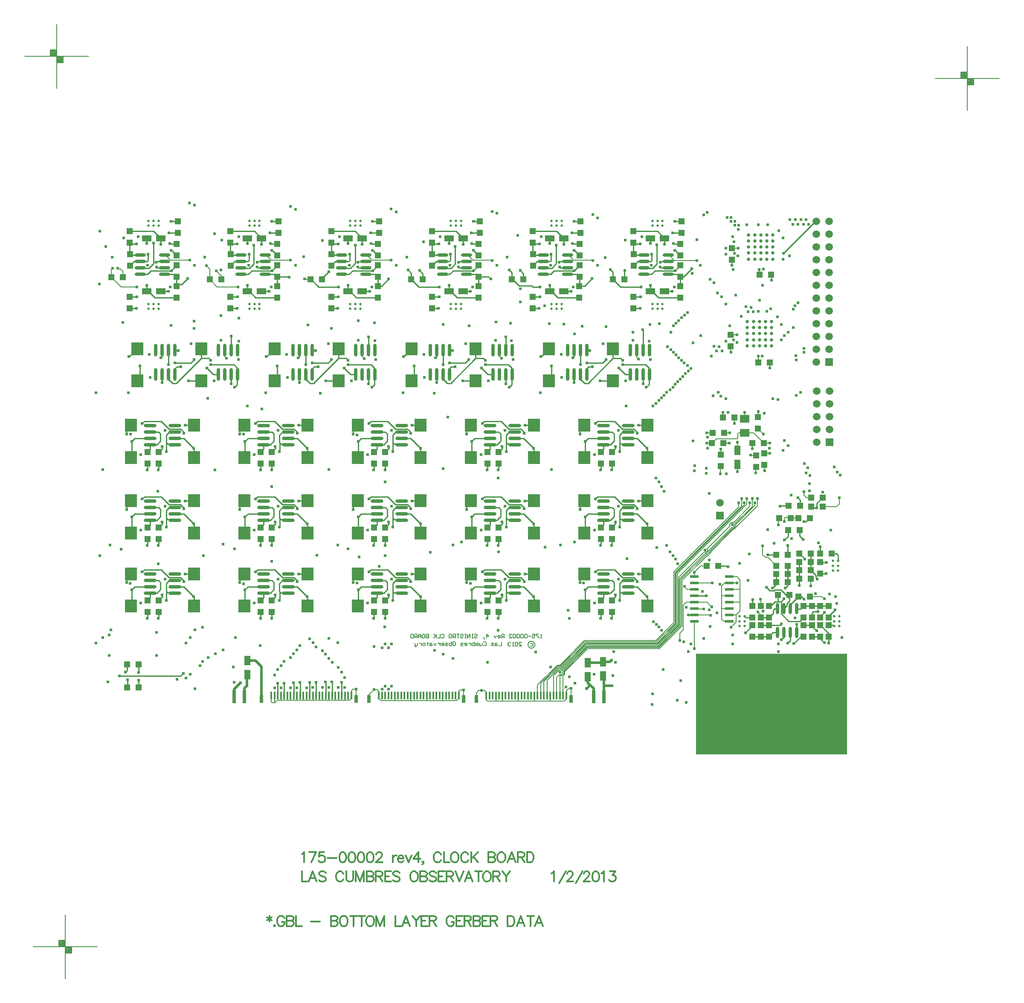
<source format=gbl>
%FSLAX23Y23*%
%MOIN*%
G70*
G01*
G75*
G04 Layer_Physical_Order=10*
G04 Layer_Color=16711680*
%ADD10O,0.061X0.010*%
%ADD11O,0.010X0.061*%
%ADD12R,0.035X0.037*%
%ADD13R,0.035X0.037*%
%ADD14R,0.085X0.043*%
%ADD15R,0.085X0.043*%
%ADD16R,0.085X0.138*%
%ADD17R,0.135X0.070*%
%ADD18R,0.036X0.036*%
%ADD19R,0.028X0.036*%
%ADD20R,0.036X0.036*%
%ADD21R,0.100X0.100*%
%ADD22R,0.048X0.078*%
%ADD23R,0.060X0.086*%
%ADD24O,0.024X0.087*%
%ADD25R,0.045X0.017*%
%ADD26R,0.030X0.100*%
%ADD27R,0.014X0.060*%
%ADD28R,0.031X0.060*%
%ADD29O,0.008X0.033*%
%ADD30O,0.033X0.008*%
%ADD31R,0.228X0.228*%
%ADD32O,0.098X0.028*%
%ADD33R,0.050X0.050*%
%ADD34R,0.050X0.050*%
%ADD35R,0.037X0.035*%
%ADD36R,0.037X0.035*%
%ADD37R,0.070X0.135*%
%ADD38R,0.138X0.085*%
%ADD39R,0.043X0.085*%
%ADD40R,0.043X0.085*%
%ADD41C,0.040*%
%ADD42C,0.005*%
%ADD43C,0.010*%
%ADD44C,0.020*%
%ADD45C,0.007*%
%ADD46C,0.012*%
%ADD47R,1.181X0.787*%
%ADD48C,0.008*%
%ADD49C,0.012*%
%ADD50C,0.012*%
%ADD51C,0.020*%
%ADD52C,0.026*%
%ADD53C,0.059*%
%ADD54R,0.059X0.059*%
%ADD55C,0.050*%
%ADD56C,0.236*%
%ADD57C,0.024*%
%ADD58C,0.040*%
%ADD59C,0.030*%
%ADD60C,0.033*%
%ADD61C,0.055*%
G04:AMPARAMS|DCode=62|XSize=70mil|YSize=70mil|CornerRadius=0mil|HoleSize=0mil|Usage=FLASHONLY|Rotation=0.000|XOffset=0mil|YOffset=0mil|HoleType=Round|Shape=Relief|Width=10mil|Gap=10mil|Entries=4|*
%AMTHD62*
7,0,0,0.070,0.050,0.010,45*
%
%ADD62THD62*%
G04:AMPARAMS|DCode=63|XSize=95.433mil|YSize=95.433mil|CornerRadius=0mil|HoleSize=0mil|Usage=FLASHONLY|Rotation=0.000|XOffset=0mil|YOffset=0mil|HoleType=Round|Shape=Relief|Width=10mil|Gap=10mil|Entries=4|*
%AMTHD63*
7,0,0,0.095,0.075,0.010,45*
%
%ADD63THD63*%
%ADD64C,0.045*%
%ADD65R,0.065X0.024*%
%ADD66R,0.094X0.102*%
%ADD67R,0.075X0.063*%
%ADD68O,0.028X0.098*%
%ADD69O,0.087X0.024*%
%ADD70R,0.078X0.048*%
%ADD71R,1.181X0.787*%
D22*
X26366Y17720D02*
D03*
Y17610D02*
D03*
X25196Y16060D02*
D03*
Y15950D02*
D03*
X25316Y16065D02*
D03*
Y15955D02*
D03*
X22536Y15965D02*
D03*
Y16075D02*
D03*
D24*
X26678Y16484D02*
D03*
X26728D02*
D03*
X26778D02*
D03*
X26828D02*
D03*
X26678Y16295D02*
D03*
X26728D02*
D03*
X26778D02*
D03*
X26828D02*
D03*
D26*
X25320Y15794D02*
D03*
X25241D02*
D03*
X22510Y15794D02*
D03*
X22431D02*
D03*
D27*
X23347Y15803D02*
D03*
X22722D02*
D03*
X25028Y15804D02*
D03*
X25003D02*
D03*
X24978D02*
D03*
X24953D02*
D03*
X24928D02*
D03*
X24903D02*
D03*
X24878D02*
D03*
X24853D02*
D03*
X24828D02*
D03*
X24803D02*
D03*
X24778D02*
D03*
X24753D02*
D03*
X24728D02*
D03*
X24703D02*
D03*
X24678D02*
D03*
X24653D02*
D03*
X24628D02*
D03*
X24603D02*
D03*
X24578D02*
D03*
X24553D02*
D03*
X24528D02*
D03*
X24503D02*
D03*
X24478D02*
D03*
X24453D02*
D03*
X24428D02*
D03*
X24403D02*
D03*
X24187Y15803D02*
D03*
X24162D02*
D03*
X24137D02*
D03*
X24112D02*
D03*
X24087D02*
D03*
X24062D02*
D03*
X24037D02*
D03*
X24012D02*
D03*
X23987D02*
D03*
X23962D02*
D03*
X23937D02*
D03*
X23912D02*
D03*
X23887D02*
D03*
X23862D02*
D03*
X23837D02*
D03*
X23812D02*
D03*
X23787D02*
D03*
X23762D02*
D03*
X23737D02*
D03*
X23712D02*
D03*
X23687D02*
D03*
X23662D02*
D03*
X23637D02*
D03*
X23612D02*
D03*
X23587D02*
D03*
X23562D02*
D03*
X23322D02*
D03*
X23297D02*
D03*
X23272D02*
D03*
X23247D02*
D03*
X23222D02*
D03*
X23197D02*
D03*
X23172D02*
D03*
X23147D02*
D03*
X23122D02*
D03*
X23097D02*
D03*
X23072D02*
D03*
X23047D02*
D03*
X23022D02*
D03*
X22997D02*
D03*
X22972D02*
D03*
X22947D02*
D03*
X22922D02*
D03*
X22897D02*
D03*
X22872D02*
D03*
X22847D02*
D03*
X22822D02*
D03*
X22797D02*
D03*
X22772D02*
D03*
X22747D02*
D03*
D28*
X25065Y15776D02*
D03*
X24325D02*
D03*
X24225D02*
D03*
X23485D02*
D03*
X23385D02*
D03*
X22645D02*
D03*
D32*
X24433Y16603D02*
D03*
Y16653D02*
D03*
Y16703D02*
D03*
Y16753D02*
D03*
X24626Y16603D02*
D03*
Y16653D02*
D03*
Y16703D02*
D03*
Y16753D02*
D03*
X23547Y16603D02*
D03*
Y16653D02*
D03*
Y16703D02*
D03*
Y16753D02*
D03*
X23740Y16603D02*
D03*
Y16653D02*
D03*
Y16703D02*
D03*
Y16753D02*
D03*
X23547Y17174D02*
D03*
Y17224D02*
D03*
Y17274D02*
D03*
Y17324D02*
D03*
X23740Y17174D02*
D03*
Y17224D02*
D03*
Y17274D02*
D03*
Y17324D02*
D03*
X22661Y17174D02*
D03*
Y17224D02*
D03*
Y17274D02*
D03*
Y17324D02*
D03*
X22854Y17174D02*
D03*
Y17224D02*
D03*
Y17274D02*
D03*
Y17324D02*
D03*
X25511Y16753D02*
D03*
Y16703D02*
D03*
Y16653D02*
D03*
Y16603D02*
D03*
X25319Y16753D02*
D03*
Y16703D02*
D03*
Y16653D02*
D03*
Y16603D02*
D03*
X22854Y16753D02*
D03*
Y16703D02*
D03*
Y16653D02*
D03*
Y16603D02*
D03*
X22661Y16753D02*
D03*
Y16703D02*
D03*
Y16653D02*
D03*
Y16603D02*
D03*
X21968Y16753D02*
D03*
Y16703D02*
D03*
Y16653D02*
D03*
Y16603D02*
D03*
X21775Y16753D02*
D03*
Y16703D02*
D03*
Y16653D02*
D03*
Y16603D02*
D03*
X25511Y17324D02*
D03*
Y17274D02*
D03*
Y17224D02*
D03*
Y17174D02*
D03*
X25319Y17324D02*
D03*
Y17274D02*
D03*
Y17224D02*
D03*
Y17174D02*
D03*
X24626Y17324D02*
D03*
Y17274D02*
D03*
Y17224D02*
D03*
Y17174D02*
D03*
X24433Y17324D02*
D03*
Y17274D02*
D03*
Y17224D02*
D03*
Y17174D02*
D03*
X21968Y17324D02*
D03*
Y17274D02*
D03*
Y17224D02*
D03*
Y17174D02*
D03*
X21775Y17324D02*
D03*
Y17274D02*
D03*
Y17224D02*
D03*
Y17174D02*
D03*
X21968Y17914D02*
D03*
Y17864D02*
D03*
Y17814D02*
D03*
Y17764D02*
D03*
X21775Y17914D02*
D03*
Y17864D02*
D03*
Y17814D02*
D03*
Y17764D02*
D03*
X23740Y17914D02*
D03*
Y17864D02*
D03*
Y17814D02*
D03*
Y17764D02*
D03*
X23547Y17914D02*
D03*
Y17864D02*
D03*
Y17814D02*
D03*
Y17764D02*
D03*
X24626Y17914D02*
D03*
Y17864D02*
D03*
Y17814D02*
D03*
Y17764D02*
D03*
X24433Y17914D02*
D03*
Y17864D02*
D03*
Y17814D02*
D03*
Y17764D02*
D03*
X22661D02*
D03*
Y17814D02*
D03*
Y17864D02*
D03*
Y17914D02*
D03*
X22854Y17764D02*
D03*
Y17814D02*
D03*
Y17864D02*
D03*
Y17914D02*
D03*
X25319Y17764D02*
D03*
Y17814D02*
D03*
Y17864D02*
D03*
Y17914D02*
D03*
X25511Y17764D02*
D03*
Y17814D02*
D03*
Y17864D02*
D03*
Y17914D02*
D03*
D33*
X26669Y16689D02*
D03*
X26759D02*
D03*
X26124Y16817D02*
D03*
X26214D02*
D03*
X26770Y16588D02*
D03*
X26680D02*
D03*
X26841Y16577D02*
D03*
X26931D02*
D03*
X27031Y17280D02*
D03*
X26941D02*
D03*
X26618Y18407D02*
D03*
X26528D02*
D03*
X26627Y19094D02*
D03*
X26537D02*
D03*
X26171Y17855D02*
D03*
X26261D02*
D03*
X26251Y17975D02*
D03*
X26341D02*
D03*
X26765Y17285D02*
D03*
X26855D02*
D03*
X26166Y17775D02*
D03*
X26256D02*
D03*
X26760Y17095D02*
D03*
X26850D02*
D03*
X26571Y17775D02*
D03*
X26481D02*
D03*
X26938Y16847D02*
D03*
X26848D02*
D03*
X26668Y16902D02*
D03*
X26758D02*
D03*
X21595Y16045D02*
D03*
X21685D02*
D03*
X21685Y15865D02*
D03*
X21595D02*
D03*
X26780Y17190D02*
D03*
X26690D02*
D03*
X26840Y17190D02*
D03*
X26930D02*
D03*
X26938Y16782D02*
D03*
X26848D02*
D03*
X26940Y17350D02*
D03*
X27030D02*
D03*
X27013Y16912D02*
D03*
X27103D02*
D03*
X26848Y16717D02*
D03*
X26938D02*
D03*
X26758Y16752D02*
D03*
X26668D02*
D03*
X26758Y16817D02*
D03*
X26668D02*
D03*
X26938Y16912D02*
D03*
X26848D02*
D03*
X21562Y19072D02*
D03*
X21472D02*
D03*
X22331Y19056D02*
D03*
X22241D02*
D03*
X23119D02*
D03*
X23029D02*
D03*
X23906D02*
D03*
X23816D02*
D03*
X24693D02*
D03*
X24603D02*
D03*
X25391D02*
D03*
X25481D02*
D03*
D34*
X26313Y18532D02*
D03*
Y18622D02*
D03*
X26322Y19209D02*
D03*
Y19299D02*
D03*
X26236Y17595D02*
D03*
Y17685D02*
D03*
X26511Y17590D02*
D03*
Y17680D02*
D03*
X26526Y17980D02*
D03*
Y17890D02*
D03*
X26576Y17695D02*
D03*
Y17605D02*
D03*
X27078Y16414D02*
D03*
Y16504D02*
D03*
X26948Y16414D02*
D03*
Y16504D02*
D03*
X27013Y16504D02*
D03*
Y16414D02*
D03*
X26883Y16504D02*
D03*
Y16414D02*
D03*
X26483Y16504D02*
D03*
Y16414D02*
D03*
X27078Y16264D02*
D03*
Y16354D02*
D03*
X26883Y16354D02*
D03*
Y16264D02*
D03*
X26948D02*
D03*
Y16354D02*
D03*
X27013Y16757D02*
D03*
Y16847D02*
D03*
X24411Y16546D02*
D03*
Y16456D02*
D03*
X23525Y16546D02*
D03*
Y16456D02*
D03*
Y17116D02*
D03*
Y17026D02*
D03*
X22639Y17116D02*
D03*
Y17026D02*
D03*
X24498Y16456D02*
D03*
Y16546D02*
D03*
X23612Y16456D02*
D03*
Y16546D02*
D03*
Y17026D02*
D03*
Y17116D02*
D03*
X22726Y17026D02*
D03*
Y17116D02*
D03*
X25297Y16456D02*
D03*
Y16546D02*
D03*
X22639Y16456D02*
D03*
Y16546D02*
D03*
X21754Y16456D02*
D03*
Y16546D02*
D03*
X25297Y17026D02*
D03*
Y17116D02*
D03*
X24411Y17026D02*
D03*
Y17116D02*
D03*
X21754Y17026D02*
D03*
Y17116D02*
D03*
X25384Y16546D02*
D03*
Y16456D02*
D03*
X22726Y16546D02*
D03*
Y16456D02*
D03*
X21840Y16546D02*
D03*
Y16456D02*
D03*
X25384Y17116D02*
D03*
Y17026D02*
D03*
X24498Y17116D02*
D03*
Y17026D02*
D03*
X21840Y17116D02*
D03*
Y17026D02*
D03*
X21990Y19420D02*
D03*
Y19510D02*
D03*
X22777Y19420D02*
D03*
Y19510D02*
D03*
X23564Y19420D02*
D03*
Y19510D02*
D03*
X24352Y19420D02*
D03*
Y19510D02*
D03*
X25139Y19420D02*
D03*
Y19510D02*
D03*
X25927D02*
D03*
Y19420D02*
D03*
X21617Y19164D02*
D03*
Y19254D02*
D03*
X22404Y19164D02*
D03*
Y19254D02*
D03*
X23192Y19164D02*
D03*
Y19254D02*
D03*
X23979Y19164D02*
D03*
Y19254D02*
D03*
X24767Y19164D02*
D03*
Y19254D02*
D03*
X25554Y19164D02*
D03*
Y19254D02*
D03*
X21616Y18829D02*
D03*
Y18919D02*
D03*
X22403Y18829D02*
D03*
Y18919D02*
D03*
X23190Y18829D02*
D03*
Y18919D02*
D03*
X23978Y18829D02*
D03*
Y18919D02*
D03*
X24765Y18829D02*
D03*
Y18919D02*
D03*
X25553Y18829D02*
D03*
Y18919D02*
D03*
X21981Y19165D02*
D03*
Y19075D02*
D03*
X22769Y19165D02*
D03*
Y19075D02*
D03*
X23556Y19165D02*
D03*
Y19075D02*
D03*
X24343Y19165D02*
D03*
Y19075D02*
D03*
X25131Y19165D02*
D03*
Y19075D02*
D03*
X25918Y19165D02*
D03*
Y19075D02*
D03*
X21840Y17707D02*
D03*
Y17617D02*
D03*
X23612Y17707D02*
D03*
Y17617D02*
D03*
X24498Y17707D02*
D03*
Y17617D02*
D03*
X21754D02*
D03*
Y17707D02*
D03*
X23525Y17617D02*
D03*
Y17707D02*
D03*
X24411Y17617D02*
D03*
Y17707D02*
D03*
X21616Y19431D02*
D03*
Y19341D02*
D03*
X22403Y19431D02*
D03*
Y19341D02*
D03*
X23190Y19431D02*
D03*
Y19341D02*
D03*
X23978Y19431D02*
D03*
Y19341D02*
D03*
X24765Y19431D02*
D03*
Y19341D02*
D03*
X25553D02*
D03*
Y19431D02*
D03*
X21980Y19004D02*
D03*
Y18914D02*
D03*
X22767Y19004D02*
D03*
Y18914D02*
D03*
X23555Y19004D02*
D03*
Y18914D02*
D03*
X24342Y19004D02*
D03*
Y18914D02*
D03*
X25129Y19004D02*
D03*
Y18914D02*
D03*
X25917Y19004D02*
D03*
Y18914D02*
D03*
X21981Y19333D02*
D03*
Y19243D02*
D03*
X22769Y19333D02*
D03*
Y19243D02*
D03*
X23556Y19333D02*
D03*
Y19243D02*
D03*
X24343Y19333D02*
D03*
Y19243D02*
D03*
X25131Y19333D02*
D03*
Y19243D02*
D03*
X25918D02*
D03*
Y19333D02*
D03*
X22726Y17617D02*
D03*
Y17707D02*
D03*
X25384Y17617D02*
D03*
Y17707D02*
D03*
X22639D02*
D03*
Y17617D02*
D03*
X25297Y17707D02*
D03*
Y17617D02*
D03*
X27013Y16264D02*
D03*
Y16354D02*
D03*
X26548Y16354D02*
D03*
Y16264D02*
D03*
X26612Y16354D02*
D03*
Y16264D02*
D03*
X26483Y16264D02*
D03*
Y16354D02*
D03*
X26548Y16414D02*
D03*
Y16504D02*
D03*
X26612Y16414D02*
D03*
Y16504D02*
D03*
D42*
X24782Y16200D02*
X24780Y16209D01*
X24775Y16217D01*
X24767Y16223D01*
X24758Y16226D01*
X24748Y16225D01*
X24739Y16221D01*
X24733Y16213D01*
X24729Y16204D01*
Y16195D01*
X24733Y16186D01*
X24739Y16178D01*
X24748Y16174D01*
X24758Y16173D01*
X24767Y16176D01*
X24775Y16182D01*
X24780Y16190D01*
X24782Y16200D01*
X26548Y16414D02*
Y16432D01*
X26526Y16455D02*
X26548Y16432D01*
X26241Y16482D02*
X26302D01*
X26241D02*
Y16582D01*
Y16399D02*
Y16482D01*
Y16582D02*
X26302D01*
X26241D02*
Y16659D01*
X26359Y16682D02*
X26360Y16683D01*
X26302Y16682D02*
X26359D01*
X26264D02*
X26302D01*
X26241Y16659D02*
X26264Y16682D01*
X26241Y16399D02*
X26258Y16382D01*
X26302D01*
X26315Y16335D02*
X26355Y16375D01*
Y16432D01*
X26386Y16632D02*
Y16706D01*
Y16533D02*
Y16632D01*
X26302D02*
X26386D01*
X26385Y16532D02*
X26386Y16533D01*
Y16463D02*
Y16533D01*
X26302Y16532D02*
X26385D01*
X26302Y16432D02*
X26355D01*
X26386Y16463D01*
X26360Y16732D02*
X26386Y16706D01*
X26302Y16732D02*
X26360D01*
X22359Y18452D02*
Y18504D01*
Y18452D02*
X22372Y18439D01*
X23432Y18452D02*
Y18504D01*
Y18452D02*
X23447Y18437D01*
X24504Y18453D02*
Y18504D01*
Y18453D02*
X24520Y18438D01*
X25577Y18445D02*
Y18504D01*
Y18445D02*
X25590Y18432D01*
X26905Y17350D02*
X26940D01*
X26886Y17369D02*
X26905Y17350D01*
X26886Y17369D02*
Y17396D01*
X26775Y17195D02*
X26780Y17190D01*
X26740Y17195D02*
X26775D01*
X26733Y17188D02*
X26740Y17195D01*
X26733Y17162D02*
Y17188D01*
X23029Y19056D02*
X23034D01*
X22987D02*
X23029D01*
X22983Y19060D02*
X22987Y19056D01*
X23469Y19245D02*
X23509Y19205D01*
X23659D01*
X22241Y19056D02*
X22299Y18997D01*
X22460D01*
X22214Y19162D02*
X22241Y19135D01*
Y19056D02*
Y19135D01*
X22682Y19245D02*
X22722Y19205D01*
X21547Y18997D02*
X21672D01*
X21472Y19072D02*
X21547Y18997D01*
X21472Y19134D02*
X21481Y19143D01*
X21472Y19072D02*
Y19134D01*
X24653Y15783D02*
Y15807D01*
X24412Y15760D02*
X25011D01*
X24653Y15762D02*
Y15804D01*
X24777Y15783D02*
Y15807D01*
X24778Y15761D02*
Y15804D01*
X24902Y15782D02*
Y15807D01*
X24903Y15760D02*
Y15804D01*
X25011Y15760D02*
X25028Y15776D01*
Y15804D01*
X24528Y15782D02*
Y15807D01*
X24528Y15760D02*
Y15804D01*
X24478Y15783D02*
Y15807D01*
X24478Y15761D02*
Y15804D01*
X24403Y15769D02*
X24412Y15760D01*
X24403Y15769D02*
Y15804D01*
X24188Y15782D02*
Y15802D01*
X24167Y15761D02*
X24188Y15782D01*
X23583Y15761D02*
X24167D01*
X23562Y15781D02*
X23583Y15761D01*
X23562Y15781D02*
Y15803D01*
X24187D02*
X24188Y15802D01*
X23347Y15781D02*
Y15803D01*
X23331Y15766D02*
X23347Y15781D01*
X22767Y15766D02*
X23331D01*
X23347Y15803D02*
X23347Y15803D01*
X22747Y15746D02*
X22767Y15766D01*
X25028Y15804D02*
Y15838D01*
X25047Y15858D01*
X25065D01*
X24062Y15761D02*
Y15805D01*
X23937Y15761D02*
Y15805D01*
X23812Y15761D02*
Y15805D01*
X23687Y15761D02*
Y15805D01*
X25065Y15857D02*
X25065Y15858D01*
X25065Y15776D02*
Y15857D01*
X24403Y15804D02*
Y15828D01*
X24389Y15842D02*
X24403Y15828D01*
X24364Y15842D02*
X24389D01*
X24325Y15776D02*
Y15823D01*
X24343Y15842D01*
X24364D01*
X24187Y15803D02*
Y15838D01*
X24195Y15846D01*
X24224D01*
X24225Y15845D01*
Y15776D02*
Y15845D01*
X23524Y15850D02*
X23549D01*
X23562Y15836D01*
Y15803D02*
Y15836D01*
X23485Y15776D02*
Y15810D01*
X23524Y15850D01*
X22998Y15766D02*
Y15803D01*
X23347D02*
Y15839D01*
X23359Y15851D01*
X23384D01*
X23385Y15850D01*
Y15776D02*
Y15850D01*
X23297Y15766D02*
Y15805D01*
X23247Y15766D02*
Y15805D01*
X23222Y15766D02*
Y15804D01*
X23172Y15766D02*
Y15804D01*
X23122Y15766D02*
Y15804D01*
X23097Y15766D02*
Y15804D01*
X23047Y15766D02*
Y15804D01*
X22972Y15766D02*
Y15804D01*
X22922Y15766D02*
Y15805D01*
X22872Y15766D02*
Y15804D01*
X22847Y15766D02*
Y15804D01*
X22797Y15767D02*
Y15803D01*
X22747Y15746D02*
X22747Y15746D01*
X22730Y15746D02*
X22747D01*
X22747Y15746D02*
Y15803D01*
X22722Y15754D02*
Y15803D01*
Y15754D02*
X22730Y15746D01*
X26938Y16717D02*
X26939Y16716D01*
Y16659D02*
Y16716D01*
X25729Y16232D02*
X25868Y16371D01*
X25733Y16223D02*
X25877Y16367D01*
X25737Y16214D02*
X25886Y16363D01*
X25740Y16205D02*
X25895Y16359D01*
X25744Y16196D02*
X25904Y16356D01*
X25748Y16187D02*
X25913Y16352D01*
X25752Y16178D02*
X25922Y16348D01*
X25755Y16169D02*
X25931Y16345D01*
X25084Y19205D02*
X25234D01*
X25044Y19245D02*
X25084Y19205D01*
X24297D02*
X24446D01*
X24257Y19245D02*
X24297Y19205D01*
X22722D02*
X22872D01*
X21935D02*
X22084D01*
X21895Y19245D02*
X21935Y19205D01*
X21887Y19245D02*
X21895D01*
X26630Y19049D02*
Y19091D01*
X26627Y19094D02*
X26630Y19091D01*
X26536Y19133D02*
X26537Y19132D01*
Y19094D02*
Y19132D01*
X26322Y19165D02*
Y19209D01*
Y19299D02*
X26322Y19299D01*
X26371D01*
X26618Y18365D02*
X26619Y18364D01*
X26618Y18365D02*
Y18407D01*
X26528D02*
Y18454D01*
X26527Y18455D02*
X26528Y18454D01*
X26313Y18486D02*
Y18532D01*
Y18622D02*
X26314Y18621D01*
X26361D01*
X26604Y16881D02*
X26668Y16817D01*
X26563Y16902D02*
Y16972D01*
Y16902D02*
X26584Y16881D01*
X26604D01*
X26780Y17190D02*
X26780Y17190D01*
X26840D01*
X26819Y17168D02*
X26840Y17190D01*
X26376Y17855D02*
X26421D01*
X26369Y17848D02*
X26376Y17855D01*
X26369Y17816D02*
Y17848D01*
X26362Y17809D02*
X26369Y17816D01*
X26200Y17809D02*
X26362D01*
X26166Y17775D02*
X26200Y17809D01*
X26366Y17782D02*
X26366Y17782D01*
X26366Y17720D02*
Y17782D01*
X26251Y18016D02*
X26252Y18017D01*
X26251Y17975D02*
Y18016D01*
X26341Y17930D02*
X26341Y17930D01*
X26341Y17930D02*
Y17975D01*
X26421Y18015D02*
X26422Y18016D01*
X26421Y17965D02*
Y18015D01*
X26526Y17980D02*
X26528Y17982D01*
Y18023D01*
X26526Y17887D02*
X26568Y17845D01*
X26526Y17887D02*
Y17890D01*
X26421Y17855D02*
X26491D01*
X26571Y17775D01*
X26617D01*
X26617Y17775D01*
X26480Y17734D02*
X26481Y17735D01*
Y17775D01*
X26468Y17681D02*
X26469Y17680D01*
X26511D01*
X26577Y17696D02*
X26617D01*
X26576Y17561D02*
X26577Y17560D01*
X26576Y17561D02*
Y17605D01*
X26509Y17541D02*
Y17588D01*
X26366Y17551D02*
X26366Y17551D01*
X26366Y17551D02*
Y17610D01*
X26231Y17590D02*
X26236Y17595D01*
X26231Y17535D02*
Y17590D01*
X26236Y17730D02*
X26236Y17730D01*
X26236Y17685D02*
Y17730D01*
X26301Y17775D02*
X26301Y17775D01*
X26256Y17775D02*
X26301D01*
X26306Y17855D02*
X26306Y17855D01*
X26261Y17855D02*
X26306D01*
X26126D02*
X26171D01*
X26126Y17855D02*
X26126Y17855D01*
X26126Y17775D02*
X26166D01*
X24998Y15978D02*
Y15996D01*
X25007Y15974D02*
Y15993D01*
X25016Y15970D02*
Y15989D01*
X25003Y15957D02*
X25016Y15970D01*
X24978Y15958D02*
X24991D01*
X24978Y15958D02*
X24978Y15958D01*
X24978Y15804D02*
Y15958D01*
X24991Y15958D02*
X25007Y15974D01*
X24974Y15967D02*
X24987D01*
X24953Y15946D02*
X24974Y15967D01*
X24953Y15804D02*
Y15946D01*
X24987Y15967D02*
X24998Y15978D01*
X24803Y15804D02*
Y15886D01*
X24828Y15804D02*
Y15898D01*
X24853Y15804D02*
Y15911D01*
X24878Y15804D02*
Y15923D01*
X24928Y15804D02*
Y15960D01*
X25003Y15804D02*
Y15957D01*
X25832Y19245D02*
X25873Y19204D01*
X26048D01*
X26548Y16504D02*
Y16554D01*
X26545Y16557D02*
X26548Y16554D01*
X26686Y17135D02*
Y17186D01*
X26690Y17190D01*
X25016Y15989D02*
X25195Y16169D01*
X25007Y15993D02*
X25192Y16178D01*
X24998Y15996D02*
X25188Y16187D01*
X24928Y15960D02*
X24972Y16004D01*
X24993D01*
X25184Y16196D01*
X24878Y15923D02*
X24968Y16013D01*
X24989D01*
X25180Y16205D01*
X24853Y15911D02*
X24964Y16022D01*
X24985D01*
X25177Y16214D01*
X24828Y15898D02*
X24960Y16031D01*
X24981D01*
X25173Y16223D01*
X24803Y15886D02*
X24957Y16040D01*
X24978D01*
X25169Y16232D01*
X25729D01*
X25173Y16223D02*
X25733D01*
X25177Y16214D02*
X25737D01*
X25180Y16205D02*
X25740D01*
X25184Y16196D02*
X25744D01*
X25188Y16187D02*
X25748D01*
X25192Y16178D02*
X25752D01*
X25195Y16169D02*
X25755D01*
X26931Y16577D02*
X27026D01*
X27045Y16558D01*
X26376Y17277D02*
Y17310D01*
X26397Y17283D02*
Y17342D01*
X26418Y17292D02*
Y17310D01*
X26439Y17299D02*
Y17342D01*
X25868Y16371D02*
Y16769D01*
X25877Y16367D02*
Y16763D01*
X25886Y16363D02*
Y16760D01*
X25895Y16359D02*
Y16755D01*
X25868Y16769D02*
X26376Y17277D01*
X25877Y16763D02*
X26397Y17283D01*
X25886Y16760D02*
X26418Y17292D01*
X25895Y16755D02*
X26439Y17299D01*
X25904Y16356D02*
Y16725D01*
X26102Y16922D01*
X26102D01*
X26104Y16921D01*
X26128Y16949D02*
X26130Y16947D01*
X26128Y16949D02*
Y16949D01*
X26308Y17128D01*
Y17128D01*
X26306Y17130D02*
X26308Y17128D01*
X26306Y17130D02*
Y17145D01*
X26317Y17156D01*
X26332D01*
X26334Y17154D01*
X26334D01*
X26460Y17281D01*
Y17310D01*
X25922Y16348D02*
Y16709D01*
X25913Y16352D02*
Y16712D01*
X26113Y16912D01*
X26343Y17142D02*
X26481Y17280D01*
Y17342D01*
X25922Y16709D02*
X26117Y16903D01*
X26352Y17138D02*
X26502Y17289D01*
Y17310D01*
X25931Y16345D02*
Y16701D01*
X26119Y16921D02*
X26130Y16932D01*
X26123Y16912D02*
X26139Y16928D01*
Y16933D01*
X26126Y16903D02*
X26148Y16924D01*
Y16930D01*
X25931Y16701D02*
X26125Y16894D01*
X26130D01*
X26157Y16921D01*
Y16926D01*
X26139Y16933D02*
X26324Y17119D01*
X26332D01*
X26343Y17130D01*
X26148Y16930D02*
X26328Y17110D01*
X26336D01*
X26352Y17126D01*
X26157Y16926D02*
X26332Y17101D01*
X26339D01*
X26104Y16921D02*
X26119D01*
X26130Y16932D02*
Y16947D01*
X26113Y16912D02*
X26123D01*
X26343Y17130D02*
Y17142D01*
X26117Y16903D02*
X26126D01*
X26352Y17126D02*
Y17138D01*
X26339Y17101D02*
X26523Y17285D01*
Y17342D01*
X26028Y16168D02*
Y16382D01*
Y16168D02*
X26029Y16168D01*
X25981Y16432D02*
X26028D01*
X26030Y16480D02*
X26101D01*
X26028Y16482D02*
X26030Y16480D01*
X25964Y16532D02*
X26028D01*
X25940Y16508D02*
X25964Y16532D01*
X25940Y16315D02*
Y16508D01*
X25914Y16289D02*
X25940Y16315D01*
X25914Y16233D02*
Y16289D01*
X25973Y16632D02*
X26028D01*
X25950Y16655D02*
X25973Y16632D01*
X26028Y16682D02*
X26166D01*
X26167Y16683D01*
X26028Y16732D02*
Y16767D01*
X26127Y16532D02*
X26163Y16496D01*
X26165D01*
X26028Y16532D02*
X26127D01*
X26028Y16432D02*
X26152D01*
X26155Y16429D01*
X26078Y16817D02*
X26124D01*
X26028Y16767D02*
X26078Y16817D01*
X24747Y16209D02*
X24762D01*
X24767Y16204D01*
Y16194D01*
X24762Y16189D01*
X24747D01*
X24657D02*
X24677D01*
X24657Y16209D01*
Y16213D01*
X24662Y16218D01*
X24672D01*
X24677Y16213D01*
X24647D02*
X24642Y16218D01*
X24632D01*
X24627Y16213D01*
Y16194D01*
X24632Y16189D01*
X24642D01*
X24647Y16194D01*
Y16213D01*
X24617Y16189D02*
X24607D01*
X24612D01*
Y16218D01*
X24617Y16213D01*
X24592D02*
X24587Y16218D01*
X24577D01*
X24572Y16213D01*
Y16209D01*
X24577Y16204D01*
X24582D01*
X24577D01*
X24572Y16199D01*
Y16194D01*
X24577Y16189D01*
X24587D01*
X24592Y16194D01*
X24521Y16222D02*
Y16193D01*
X24501D01*
X24486Y16213D02*
X24476D01*
X24471Y16208D01*
Y16193D01*
X24486D01*
X24491Y16198D01*
X24486Y16203D01*
X24471D01*
X24461Y16193D02*
X24446D01*
X24441Y16198D01*
X24446Y16203D01*
X24456D01*
X24461Y16208D01*
X24456Y16213D01*
X24441D01*
X24381Y16218D02*
X24386Y16222D01*
X24396D01*
X24401Y16218D01*
Y16198D01*
X24396Y16193D01*
X24386D01*
X24381Y16198D01*
X24371Y16213D02*
Y16198D01*
X24366Y16193D01*
X24351D01*
Y16213D01*
X24341Y16193D02*
Y16213D01*
X24336D01*
X24331Y16208D01*
Y16193D01*
Y16208D01*
X24326Y16213D01*
X24321Y16208D01*
Y16193D01*
X24311Y16222D02*
Y16193D01*
X24296D01*
X24291Y16198D01*
Y16203D01*
Y16208D01*
X24296Y16213D01*
X24311D01*
X24281D02*
Y16193D01*
Y16203D01*
X24276Y16208D01*
X24271Y16213D01*
X24266D01*
X24236Y16193D02*
X24246D01*
X24251Y16198D01*
Y16208D01*
X24246Y16213D01*
X24236D01*
X24231Y16208D01*
Y16203D01*
X24251D01*
X24221Y16193D02*
X24206D01*
X24201Y16198D01*
X24206Y16203D01*
X24216D01*
X24221Y16208D01*
X24216Y16213D01*
X24201D01*
X24146Y16222D02*
X24156D01*
X24161Y16218D01*
Y16198D01*
X24156Y16193D01*
X24146D01*
X24141Y16198D01*
Y16218D01*
X24146Y16222D01*
X24131D02*
Y16193D01*
X24116D01*
X24111Y16198D01*
Y16203D01*
Y16208D01*
X24116Y16213D01*
X24131D01*
X24101Y16193D02*
X24086D01*
X24081Y16198D01*
X24086Y16203D01*
X24096D01*
X24101Y16208D01*
X24096Y16213D01*
X24081D01*
X24056Y16193D02*
X24066D01*
X24071Y16198D01*
Y16208D01*
X24066Y16213D01*
X24056D01*
X24051Y16208D01*
Y16203D01*
X24071D01*
X24041Y16213D02*
Y16193D01*
Y16203D01*
X24036Y16208D01*
X24031Y16213D01*
X24026D01*
X24011D02*
X24001Y16193D01*
X23991Y16213D01*
X23976D02*
X23966D01*
X23961Y16208D01*
Y16193D01*
X23976D01*
X23981Y16198D01*
X23976Y16203D01*
X23961D01*
X23946Y16218D02*
Y16213D01*
X23951D01*
X23941D01*
X23946D01*
Y16198D01*
X23941Y16193D01*
X23921D02*
X23911D01*
X23906Y16198D01*
Y16208D01*
X23911Y16213D01*
X23921D01*
X23926Y16208D01*
Y16198D01*
X23921Y16193D01*
X23896Y16213D02*
Y16193D01*
Y16203D01*
X23891Y16208D01*
X23886Y16213D01*
X23881D01*
X23866D02*
Y16198D01*
X23861Y16193D01*
X23846D01*
Y16188D01*
X23851Y16183D01*
X23856D01*
X23846Y16193D02*
Y16213D01*
X24835Y16252D02*
X24825D01*
X24830D01*
Y16282D01*
X24835Y16277D01*
X24810Y16282D02*
X24790D01*
Y16277D01*
X24810Y16257D01*
Y16252D01*
X24760Y16282D02*
X24780D01*
Y16267D01*
X24770Y16272D01*
X24765D01*
X24760Y16267D01*
Y16257D01*
X24765Y16252D01*
X24775D01*
X24780Y16257D01*
X24750Y16267D02*
X24730D01*
X24720Y16277D02*
X24715Y16282D01*
X24705D01*
X24700Y16277D01*
Y16257D01*
X24705Y16252D01*
X24715D01*
X24720Y16257D01*
Y16277D01*
X24690D02*
X24685Y16282D01*
X24675D01*
X24670Y16277D01*
Y16257D01*
X24675Y16252D01*
X24685D01*
X24690Y16257D01*
Y16277D01*
X24660D02*
X24655Y16282D01*
X24645D01*
X24640Y16277D01*
Y16257D01*
X24645Y16252D01*
X24655D01*
X24660Y16257D01*
Y16277D01*
X24630D02*
X24625Y16282D01*
X24615D01*
X24610Y16277D01*
Y16257D01*
X24615Y16252D01*
X24625D01*
X24630Y16257D01*
Y16277D01*
X24580Y16252D02*
X24600D01*
X24580Y16272D01*
Y16277D01*
X24585Y16282D01*
X24595D01*
X24600Y16277D01*
X24540Y16252D02*
Y16282D01*
X24525D01*
X24520Y16277D01*
Y16267D01*
X24525Y16262D01*
X24540D01*
X24530D02*
X24520Y16252D01*
X24495D02*
X24505D01*
X24510Y16257D01*
Y16267D01*
X24505Y16272D01*
X24495D01*
X24490Y16267D01*
Y16262D01*
X24510D01*
X24480Y16272D02*
X24470Y16252D01*
X24460Y16272D01*
X24405Y16252D02*
Y16282D01*
X24420Y16267D01*
X24400D01*
X24385Y16247D02*
X24380Y16252D01*
Y16257D01*
X24385D01*
Y16252D01*
X24380D01*
X24385Y16247D01*
X24390Y16242D01*
X24310Y16277D02*
X24315Y16282D01*
X24325D01*
X24330Y16277D01*
Y16272D01*
X24325Y16267D01*
X24315D01*
X24310Y16262D01*
Y16257D01*
X24315Y16252D01*
X24325D01*
X24330Y16257D01*
X24300Y16282D02*
X24290D01*
X24295D01*
Y16252D01*
X24300D01*
X24290D01*
X24275D02*
Y16282D01*
X24255Y16252D01*
Y16282D01*
X24245D02*
X24235D01*
X24240D01*
Y16252D01*
X24245D01*
X24235D01*
X24200Y16277D02*
X24205Y16282D01*
X24215D01*
X24220Y16277D01*
Y16272D01*
X24215Y16267D01*
X24205D01*
X24200Y16262D01*
Y16257D01*
X24205Y16252D01*
X24215D01*
X24220Y16257D01*
X24190Y16282D02*
X24170D01*
X24180D01*
Y16252D01*
X24160D02*
Y16282D01*
X24145D01*
X24140Y16277D01*
Y16267D01*
X24145Y16262D01*
X24160D01*
X24150D02*
X24140Y16252D01*
X24115Y16282D02*
X24125D01*
X24130Y16277D01*
Y16257D01*
X24125Y16252D01*
X24115D01*
X24110Y16257D01*
Y16277D01*
X24115Y16282D01*
X24050Y16277D02*
X24055Y16282D01*
X24065D01*
X24070Y16277D01*
Y16257D01*
X24065Y16252D01*
X24055D01*
X24050Y16257D01*
X24040Y16282D02*
Y16252D01*
X24020D01*
X24010Y16282D02*
Y16252D01*
Y16262D01*
X23990Y16282D01*
X24005Y16267D01*
X23990Y16252D01*
X23950Y16282D02*
Y16252D01*
X23935D01*
X23930Y16257D01*
Y16262D01*
X23935Y16267D01*
X23950D01*
X23935D01*
X23930Y16272D01*
Y16277D01*
X23935Y16282D01*
X23950D01*
X23905D02*
X23915D01*
X23920Y16277D01*
Y16257D01*
X23915Y16252D01*
X23905D01*
X23900Y16257D01*
Y16277D01*
X23905Y16282D01*
X23890Y16252D02*
Y16272D01*
X23880Y16282D01*
X23870Y16272D01*
Y16252D01*
Y16267D01*
X23890D01*
X23860Y16252D02*
Y16282D01*
X23845D01*
X23840Y16277D01*
Y16267D01*
X23845Y16262D01*
X23860D01*
X23850D02*
X23840Y16252D01*
X23830Y16282D02*
Y16252D01*
X23815D01*
X23810Y16257D01*
Y16277D01*
X23815Y16282D01*
X23830D01*
D43*
X22408Y18612D02*
X22409Y18611D01*
Y18504D02*
Y18611D01*
X23481Y18605D02*
X23482Y18604D01*
Y18504D02*
Y18604D01*
X24554Y18606D02*
X24554Y18605D01*
Y18504D02*
Y18605D01*
X25878Y19283D02*
X25918Y19243D01*
X25091Y19283D02*
X25131Y19243D01*
X24303Y19283D02*
X24343Y19243D01*
X23516Y19283D02*
X23556Y19243D01*
X22728Y19283D02*
X22769Y19243D01*
X21941Y19283D02*
X21981Y19243D01*
X25626Y18662D02*
X25627Y18661D01*
Y18504D02*
Y18661D01*
X26986Y17306D02*
X27030Y17350D01*
X26986Y17268D02*
Y17306D01*
X26941Y17280D02*
X26953Y17268D01*
X26986D01*
X26941Y17280D02*
X26947Y17286D01*
X26886Y17162D02*
X26902D01*
X26930Y17190D01*
X26697Y17283D02*
X26698Y17285D01*
X26765D01*
X24667Y19127D02*
X24693Y19100D01*
Y19056D02*
Y19100D01*
X24583Y19130D02*
X24603Y19109D01*
Y19056D02*
Y19109D01*
Y19056D02*
X24607D01*
X24658Y19005D01*
X24757D01*
X23816Y19056D02*
X23875Y18997D01*
X23880Y19125D02*
X23906Y19099D01*
Y19056D02*
Y19099D01*
X23791Y19129D02*
X23816Y19104D01*
Y19056D02*
Y19104D01*
X23119Y19062D02*
X23172Y19116D01*
X23119Y19056D02*
Y19062D01*
X23034Y19056D02*
X23093Y18997D01*
X23501Y19335D02*
X23504Y19333D01*
X23556D01*
X23555Y19004D02*
X23585D01*
X23639Y19058D01*
X23199Y19333D02*
X23244D01*
X23273Y19095D02*
X23329D01*
X23358Y19124D02*
X23514D01*
X23329Y19095D02*
X23358Y19124D01*
X23514D02*
X23556Y19165D01*
X23322Y18963D02*
Y19009D01*
X23322Y19009D02*
X23322Y19009D01*
X23273Y19195D02*
X23325D01*
X23334Y19204D01*
Y19254D01*
X23432Y19330D02*
Y19376D01*
X23512Y19283D02*
X23516D01*
X23337Y18963D02*
X23386Y18914D01*
X23555D01*
X23556Y19005D02*
Y19075D01*
X23555Y19004D02*
X23556Y19005D01*
X23190Y19341D02*
X23199Y19333D01*
X23190Y19255D02*
Y19341D01*
X23378Y19431D02*
X23432Y19376D01*
X23190Y19431D02*
X23378D01*
X23462Y19095D02*
X23537D01*
X23556Y19075D01*
X23322Y18963D02*
X23337D01*
X23432D02*
X23491D01*
X23492Y18962D01*
X23322Y19337D02*
X23322Y19337D01*
Y19376D01*
X23246Y18919D02*
X23246Y18920D01*
X23190Y18919D02*
X23246D01*
X23190Y18829D02*
X23241D01*
X23242Y18828D02*
Y18829D01*
X23241Y18829D02*
X23242Y18829D01*
X23190Y19255D02*
X23201Y19245D01*
X23273D01*
X23192Y19164D02*
X23222Y19195D01*
X23273D01*
X23513Y19510D02*
X23564D01*
X23513Y19510D02*
Y19510D01*
Y19510D02*
X23513Y19510D01*
X23497Y19420D02*
X23564D01*
X23398Y19189D02*
X23403Y19195D01*
X23462D01*
X23408Y19145D02*
X23462D01*
X23399Y19154D02*
X23408Y19145D01*
X23274Y19144D02*
X23325D01*
X23273Y19145D02*
X23274Y19144D01*
X23325D02*
X23340D01*
X23377Y19181D01*
Y19198D01*
X23377Y19198D01*
Y19324D01*
X22714Y19335D02*
X22716Y19333D01*
X22769D01*
Y19075D02*
X22859D01*
X22861Y19074D01*
X22411Y19333D02*
X22456D01*
X22486Y19095D02*
X22542D01*
X22571Y19124D02*
X22727D01*
X22542Y19095D02*
X22571Y19124D01*
X22727D02*
X22769Y19165D01*
X22535Y18963D02*
Y19009D01*
X22486Y19195D02*
X22537D01*
X22547Y19204D01*
Y19254D01*
X22645Y19330D02*
Y19376D01*
X22725Y19283D02*
X22728D01*
X22599Y18914D02*
X22767D01*
X22550Y18963D02*
X22599Y18914D01*
X22769Y19005D02*
Y19075D01*
X22767Y19004D02*
X22769Y19005D01*
X22403Y19255D02*
Y19341D01*
X22411Y19333D01*
X22590Y19431D02*
X22645Y19376D01*
X22403Y19431D02*
X22590D01*
X22675Y19095D02*
X22749D01*
X22769Y19075D01*
X22535Y18963D02*
X22550D01*
X22645D02*
X22703D01*
X22704Y18962D01*
X22535Y19337D02*
X22535Y19337D01*
Y19376D01*
X22403Y18919D02*
X22459D01*
X22459Y18920D01*
X22403Y18829D02*
X22454D01*
X22454Y18828D02*
Y18829D01*
X22454Y18829D02*
X22454Y18829D01*
X22403Y19255D02*
X22414Y19245D01*
X22486D01*
X22404Y19164D02*
X22435Y19195D01*
X22486D01*
X22726Y19510D02*
Y19510D01*
Y19510D02*
X22726Y19510D01*
X22777D01*
X22710Y19420D02*
X22777D01*
X22616Y19195D02*
X22675D01*
X22611Y19189D02*
X22616Y19195D01*
X22621Y19145D02*
X22675D01*
X22612Y19154D02*
X22621Y19145D01*
X22487Y19144D02*
X22537D01*
X22552D01*
X22486Y19145D02*
X22487Y19144D01*
X22552D02*
X22586Y19177D01*
Y19321D01*
X25468Y16703D02*
X25511D01*
X25507Y16607D02*
X25511Y16603D01*
X25400Y16631D02*
Y16687D01*
X25384Y16703D02*
X25400Y16687D01*
X25372Y16603D02*
X25400Y16631D01*
X25319Y16703D02*
X25384D01*
X25319Y16603D02*
X25372D01*
X25297Y16407D02*
Y16456D01*
X25319Y16567D02*
Y16603D01*
X25297Y16546D02*
X25319Y16567D01*
X25384Y16407D02*
Y16456D01*
X25382Y16406D02*
X25384Y16407D01*
X25592Y16754D02*
X25661D01*
X25591Y16753D02*
X25592Y16754D01*
X25134Y16719D02*
X25169Y16754D01*
X25134Y16686D02*
Y16719D01*
X25169Y16502D02*
X25174Y16507D01*
X25410Y16588D02*
X25413Y16591D01*
X25410Y16588D02*
X25410D01*
X25413Y16575D02*
Y16591D01*
X25384Y16546D02*
X25413Y16575D01*
X25453Y16607D02*
X25507D01*
X25445Y16548D02*
Y16615D01*
X25444Y16679D02*
X25468Y16703D01*
X25444Y16617D02*
X25453Y16607D01*
X25444Y16617D02*
Y16679D01*
Y16617D02*
X25445Y16615D01*
X25444Y16547D02*
X25445Y16548D01*
X25659Y16575D02*
X25661Y16573D01*
Y16502D02*
Y16573D01*
X25511Y16653D02*
X25582D01*
X25659Y16575D01*
X25198Y16653D02*
X25319D01*
X25174Y16628D02*
X25198Y16653D01*
X25174Y16507D02*
Y16628D01*
X25273Y16786D02*
X25404D01*
X25256Y16768D02*
X25273Y16786D01*
X25404D02*
X25465Y16725D01*
X25556D02*
X25582Y16699D01*
Y16692D02*
Y16699D01*
X25465Y16725D02*
X25556D01*
X25430Y16709D02*
X25434Y16713D01*
X24582Y16703D02*
X24626D01*
X24622Y16607D02*
X24626Y16603D01*
X24514Y16631D02*
Y16687D01*
X24498Y16703D02*
X24514Y16687D01*
X24486Y16603D02*
X24514Y16631D01*
X24433Y16703D02*
X24498D01*
X24433Y16603D02*
X24486D01*
X24411Y16407D02*
Y16456D01*
X24433Y16567D02*
Y16603D01*
X24411Y16546D02*
X24433Y16567D01*
X24498Y16407D02*
Y16456D01*
X24496Y16406D02*
X24498Y16407D01*
X24706Y16754D02*
X24775D01*
X24705Y16753D02*
X24706Y16754D01*
X24248Y16719D02*
X24283Y16754D01*
X24248Y16686D02*
Y16719D01*
X24283Y16502D02*
X24288Y16507D01*
X24524Y16588D02*
X24527Y16591D01*
X24524Y16588D02*
X24524D01*
X24527Y16575D02*
Y16591D01*
X24498Y16546D02*
X24527Y16575D01*
X24568Y16607D02*
X24622D01*
X24559Y16548D02*
Y16615D01*
X24558Y16679D02*
X24582Y16703D01*
X24558Y16617D02*
X24568Y16607D01*
X24558Y16617D02*
Y16679D01*
Y16617D02*
X24559Y16615D01*
X24558Y16547D02*
X24559Y16548D01*
X24773Y16575D02*
X24775Y16573D01*
Y16502D02*
Y16573D01*
X24626Y16653D02*
X24696D01*
X24773Y16575D01*
X24312Y16653D02*
X24433D01*
X24288Y16628D02*
X24312Y16653D01*
X24288Y16507D02*
Y16628D01*
X24387Y16786D02*
X24518D01*
X24370Y16768D02*
X24387Y16786D01*
X24518D02*
X24579Y16725D01*
X24671D02*
X24697Y16699D01*
Y16692D02*
Y16699D01*
X24579Y16725D02*
X24671D01*
X24544Y16709D02*
X24548Y16713D01*
X23696Y16703D02*
X23740D01*
X23736Y16607D02*
X23740Y16603D01*
X23628Y16631D02*
Y16687D01*
X23612Y16703D02*
X23628Y16687D01*
X23600Y16603D02*
X23628Y16631D01*
X23547Y16703D02*
X23612D01*
X23547Y16603D02*
X23600D01*
X23525Y16407D02*
Y16456D01*
X23547Y16567D02*
Y16603D01*
X23525Y16546D02*
X23547Y16567D01*
X23612Y16407D02*
Y16456D01*
X23610Y16406D02*
X23612Y16407D01*
X23821Y16754D02*
X23889D01*
X23820Y16753D02*
X23821Y16754D01*
X23362Y16719D02*
X23397Y16754D01*
X23362Y16686D02*
Y16719D01*
X23397Y16502D02*
X23402Y16507D01*
X23639Y16588D02*
X23641Y16591D01*
X23638Y16588D02*
X23639D01*
X23641Y16575D02*
Y16591D01*
X23612Y16546D02*
X23641Y16575D01*
X23682Y16607D02*
X23736D01*
X23673Y16548D02*
Y16615D01*
X23672Y16679D02*
X23696Y16703D01*
X23672Y16617D02*
X23682Y16607D01*
X23672Y16617D02*
Y16679D01*
Y16617D02*
X23673Y16615D01*
X23672Y16547D02*
X23673Y16548D01*
X23887Y16575D02*
X23889Y16573D01*
Y16502D02*
Y16573D01*
X23740Y16653D02*
X23810D01*
X23887Y16575D01*
X23426Y16653D02*
X23547D01*
X23402Y16628D02*
X23426Y16653D01*
X23402Y16507D02*
Y16628D01*
X23502Y16786D02*
X23632D01*
X23484Y16768D02*
X23502Y16786D01*
X23632D02*
X23693Y16725D01*
X23785D02*
X23811Y16699D01*
Y16692D02*
Y16699D01*
X23693Y16725D02*
X23785D01*
X23658Y16709D02*
X23662Y16713D01*
X22810Y16703D02*
X22854D01*
X22850Y16607D02*
X22854Y16603D01*
X22742Y16631D02*
Y16687D01*
X22727Y16703D02*
X22742Y16687D01*
X22714Y16603D02*
X22742Y16631D01*
X22661Y16703D02*
X22727D01*
X22661Y16603D02*
X22714D01*
X22639Y16407D02*
Y16456D01*
X22661Y16567D02*
Y16603D01*
X22639Y16546D02*
X22661Y16567D01*
X22726Y16407D02*
Y16456D01*
X22724Y16406D02*
X22726Y16407D01*
X22935Y16754D02*
X23004D01*
X22934Y16753D02*
X22935Y16754D01*
X22476Y16719D02*
X22511Y16754D01*
X22476Y16686D02*
Y16719D01*
X22511Y16502D02*
X22516Y16507D01*
X22753Y16588D02*
X22756Y16591D01*
X22753Y16588D02*
X22753D01*
X22756Y16575D02*
Y16591D01*
X22726Y16546D02*
X22756Y16575D01*
X22796Y16607D02*
X22850D01*
X22788Y16548D02*
Y16615D01*
X22786Y16679D02*
X22810Y16703D01*
X22786Y16617D02*
X22796Y16607D01*
X22786Y16617D02*
Y16679D01*
Y16617D02*
X22788Y16615D01*
X22786Y16547D02*
X22788Y16548D01*
X23002Y16575D02*
X23004Y16573D01*
Y16502D02*
Y16573D01*
X22854Y16653D02*
X22924D01*
X23002Y16575D01*
X22541Y16653D02*
X22661D01*
X22516Y16628D02*
X22541Y16653D01*
X22516Y16507D02*
Y16628D01*
X22616Y16786D02*
X22747D01*
X22598Y16768D02*
X22616Y16786D01*
X22747D02*
X22807Y16725D01*
X22899D02*
X22925Y16699D01*
Y16692D02*
Y16699D01*
X22807Y16725D02*
X22899D01*
X22772Y16709D02*
X22776Y16713D01*
X25468Y17274D02*
X25511D01*
X25507Y17178D02*
X25511Y17174D01*
X25400Y17202D02*
Y17258D01*
X25384Y17274D02*
X25400Y17258D01*
X25372Y17174D02*
X25400Y17202D01*
X25319Y17274D02*
X25384D01*
X25319Y17174D02*
X25372D01*
X25297Y16978D02*
Y17026D01*
X25319Y17138D02*
Y17174D01*
X25297Y17116D02*
X25319Y17138D01*
X25384Y16978D02*
Y17026D01*
X25382Y16976D02*
X25384Y16978D01*
X25592Y17325D02*
X25661D01*
X25591Y17324D02*
X25592Y17325D01*
X25134Y17290D02*
X25169Y17325D01*
X25134Y17256D02*
Y17290D01*
X25169Y17073D02*
X25174Y17078D01*
X25410Y17159D02*
X25413Y17162D01*
X25410Y17159D02*
X25410D01*
X25413Y17146D02*
Y17162D01*
X25384Y17116D02*
X25413Y17146D01*
X25453Y17178D02*
X25507D01*
X25445Y17119D02*
Y17186D01*
X25444Y17250D02*
X25468Y17274D01*
X25444Y17188D02*
X25453Y17178D01*
X25444Y17188D02*
Y17250D01*
Y17188D02*
X25445Y17186D01*
X25444Y17118D02*
X25445Y17119D01*
X25659Y17146D02*
X25661Y17144D01*
Y17073D02*
Y17144D01*
X25511Y17224D02*
X25582D01*
X25659Y17146D01*
X25198Y17224D02*
X25319D01*
X25174Y17199D02*
X25198Y17224D01*
X25174Y17078D02*
Y17199D01*
X25273Y17357D02*
X25404D01*
X25256Y17339D02*
X25273Y17357D01*
X25404D02*
X25465Y17296D01*
X25556D02*
X25582Y17270D01*
Y17263D02*
Y17270D01*
X25465Y17296D02*
X25556D01*
X25430Y17280D02*
X25434Y17284D01*
X24582Y17274D02*
X24626D01*
X24622Y17178D02*
X24626Y17174D01*
X24514Y17202D02*
Y17258D01*
X24498Y17274D02*
X24514Y17258D01*
X24486Y17174D02*
X24514Y17202D01*
X24433Y17274D02*
X24498D01*
X24433Y17174D02*
X24486D01*
X24411Y16978D02*
Y17026D01*
X24433Y17138D02*
Y17174D01*
X24411Y17116D02*
X24433Y17138D01*
X24498Y16978D02*
Y17026D01*
X24496Y16976D02*
X24498Y16978D01*
X24706Y17325D02*
X24775D01*
X24705Y17324D02*
X24706Y17325D01*
X24248Y17290D02*
X24283Y17325D01*
X24248Y17256D02*
Y17290D01*
X24283Y17073D02*
X24288Y17078D01*
X24524Y17159D02*
X24527Y17162D01*
X24524Y17159D02*
X24524D01*
X24527Y17146D02*
Y17162D01*
X24498Y17116D02*
X24527Y17146D01*
X24568Y17178D02*
X24622D01*
X24559Y17119D02*
Y17186D01*
X24558Y17250D02*
X24582Y17274D01*
X24558Y17188D02*
X24568Y17178D01*
X24558Y17188D02*
Y17250D01*
Y17188D02*
X24559Y17186D01*
X24558Y17118D02*
X24559Y17119D01*
X24773Y17146D02*
X24775Y17144D01*
Y17073D02*
Y17144D01*
X24626Y17224D02*
X24696D01*
X24773Y17146D01*
X24312Y17224D02*
X24433D01*
X24288Y17199D02*
X24312Y17224D01*
X24288Y17078D02*
Y17199D01*
X24387Y17357D02*
X24518D01*
X24370Y17339D02*
X24387Y17357D01*
X24518D02*
X24579Y17296D01*
X24671D02*
X24697Y17270D01*
Y17263D02*
Y17270D01*
X24579Y17296D02*
X24671D01*
X24544Y17280D02*
X24548Y17284D01*
X23696Y17274D02*
X23740D01*
X23736Y17178D02*
X23740Y17174D01*
X23628Y17202D02*
Y17258D01*
X23612Y17274D02*
X23628Y17258D01*
X23600Y17174D02*
X23628Y17202D01*
X23547Y17274D02*
X23612D01*
X23547Y17174D02*
X23600D01*
X23525Y16978D02*
Y17026D01*
X23547Y17138D02*
Y17174D01*
X23525Y17116D02*
X23547Y17138D01*
X23612Y16978D02*
Y17026D01*
X23610Y16976D02*
X23612Y16978D01*
X23821Y17325D02*
X23889D01*
X23820Y17324D02*
X23821Y17325D01*
X23362Y17290D02*
X23397Y17325D01*
X23362Y17256D02*
Y17290D01*
X23397Y17073D02*
X23402Y17078D01*
X23639Y17159D02*
X23641Y17162D01*
X23638Y17159D02*
X23639D01*
X23641Y17146D02*
Y17162D01*
X23612Y17116D02*
X23641Y17146D01*
X23682Y17178D02*
X23736D01*
X23673Y17119D02*
Y17186D01*
X23672Y17250D02*
X23696Y17274D01*
X23672Y17188D02*
X23682Y17178D01*
X23672Y17188D02*
Y17250D01*
Y17188D02*
X23673Y17186D01*
X23672Y17118D02*
X23673Y17119D01*
X23887Y17146D02*
X23889Y17144D01*
Y17073D02*
Y17144D01*
X23740Y17224D02*
X23810D01*
X23887Y17146D01*
X23426Y17224D02*
X23547D01*
X23402Y17199D02*
X23426Y17224D01*
X23402Y17078D02*
Y17199D01*
X23502Y17357D02*
X23632D01*
X23484Y17339D02*
X23502Y17357D01*
X23632D02*
X23693Y17296D01*
X23785D02*
X23811Y17270D01*
Y17263D02*
Y17270D01*
X23693Y17296D02*
X23785D01*
X23658Y17280D02*
X23662Y17284D01*
X22810Y17274D02*
X22854D01*
X22850Y17178D02*
X22854Y17174D01*
X22742Y17202D02*
Y17258D01*
X22727Y17274D02*
X22742Y17258D01*
X22714Y17174D02*
X22742Y17202D01*
X22661Y17274D02*
X22727D01*
X22661Y17174D02*
X22714D01*
X22639Y16978D02*
Y17026D01*
X22661Y17138D02*
Y17174D01*
X22639Y17116D02*
X22661Y17138D01*
X22726Y16978D02*
Y17026D01*
X22724Y16976D02*
X22726Y16978D01*
X22935Y17325D02*
X23004D01*
X22934Y17324D02*
X22935Y17325D01*
X22476Y17290D02*
X22511Y17325D01*
X22476Y17256D02*
Y17290D01*
X22511Y17073D02*
X22516Y17078D01*
X22753Y17159D02*
X22756Y17162D01*
X22753Y17159D02*
X22753D01*
X22756Y17146D02*
Y17162D01*
X22726Y17116D02*
X22756Y17146D01*
X22796Y17178D02*
X22850D01*
X22788Y17119D02*
Y17186D01*
X22786Y17250D02*
X22810Y17274D01*
X22786Y17188D02*
X22796Y17178D01*
X22786Y17188D02*
Y17250D01*
Y17188D02*
X22788Y17186D01*
X22786Y17118D02*
X22788Y17119D01*
X23002Y17146D02*
X23004Y17144D01*
Y17073D02*
Y17144D01*
X22854Y17224D02*
X22924D01*
X23002Y17146D01*
X22541Y17224D02*
X22661D01*
X22516Y17199D02*
X22541Y17224D01*
X22516Y17078D02*
Y17199D01*
X22616Y17357D02*
X22747D01*
X22598Y17339D02*
X22616Y17357D01*
X22747D02*
X22807Y17296D01*
X22899D02*
X22925Y17270D01*
Y17263D02*
Y17270D01*
X22807Y17296D02*
X22899D01*
X22772Y17280D02*
X22776Y17284D01*
X21924Y17274D02*
X21968D01*
X21964Y17178D02*
X21968Y17174D01*
X21856Y17202D02*
Y17258D01*
X21841Y17274D02*
X21856Y17258D01*
X21828Y17174D02*
X21856Y17202D01*
X21775Y17274D02*
X21841D01*
X21775Y17174D02*
X21828D01*
X21754Y16978D02*
Y17026D01*
X21775Y17138D02*
Y17174D01*
X21754Y17116D02*
X21775Y17138D01*
X21840Y16978D02*
Y17026D01*
X21838Y16976D02*
X21840Y16978D01*
X22049Y17325D02*
X22118D01*
X22048Y17324D02*
X22049Y17325D01*
X21590Y17290D02*
X21626Y17325D01*
X21590Y17256D02*
Y17290D01*
X21626Y17073D02*
X21631Y17078D01*
X21867Y17159D02*
X21870Y17162D01*
X21867Y17159D02*
X21867D01*
X21870Y17146D02*
Y17162D01*
X21840Y17116D02*
X21870Y17146D01*
X21910Y17178D02*
X21964D01*
X21902Y17119D02*
Y17186D01*
X21900Y17250D02*
X21924Y17274D01*
X21900Y17188D02*
X21910Y17178D01*
X21900Y17188D02*
Y17250D01*
Y17188D02*
X21902Y17186D01*
X21900Y17118D02*
X21902Y17119D01*
X22116Y17146D02*
X22118Y17144D01*
Y17073D02*
Y17144D01*
X21968Y17224D02*
X22038D01*
X22116Y17146D01*
X21655Y17224D02*
X21775D01*
X21631Y17199D02*
X21655Y17224D01*
X21631Y17078D02*
Y17199D01*
X21730Y17357D02*
X21861D01*
X21712Y17339D02*
X21730Y17357D01*
X21861D02*
X21921Y17296D01*
X22013D02*
X22039Y17270D01*
Y17263D02*
Y17270D01*
X21921Y17296D02*
X22013D01*
X21886Y17280D02*
X21890Y17284D01*
X25468Y17864D02*
X25511D01*
X25507Y17768D02*
X25511Y17764D01*
X25400Y17792D02*
Y17848D01*
X25384Y17864D02*
X25400Y17848D01*
X25372Y17764D02*
X25400Y17792D01*
X25319Y17864D02*
X25384D01*
X25319Y17764D02*
X25372D01*
X25297Y17568D02*
Y17617D01*
X25319Y17729D02*
Y17764D01*
X25297Y17707D02*
X25319Y17729D01*
X25384Y17569D02*
Y17617D01*
X25382Y17567D02*
X25384Y17569D01*
X25592Y17916D02*
X25661D01*
X25591Y17915D02*
X25592Y17916D01*
X25134Y17880D02*
X25169Y17916D01*
X25134Y17847D02*
Y17880D01*
X25169Y17664D02*
X25174Y17669D01*
X25410Y17750D02*
X25413Y17753D01*
X25410Y17750D02*
X25410D01*
X25413Y17736D02*
Y17753D01*
X25384Y17707D02*
X25413Y17736D01*
X25453Y17768D02*
X25507D01*
X25445Y17710D02*
Y17776D01*
X25444Y17840D02*
X25468Y17864D01*
X25444Y17778D02*
X25453Y17768D01*
X25444Y17778D02*
Y17840D01*
Y17778D02*
X25445Y17776D01*
X25444Y17708D02*
X25445Y17710D01*
X25659Y17737D02*
X25661Y17735D01*
Y17664D02*
Y17735D01*
X25511Y17814D02*
X25582D01*
X25659Y17737D01*
X25198Y17814D02*
X25319D01*
X25174Y17790D02*
X25198Y17814D01*
X25174Y17669D02*
Y17790D01*
X25273Y17947D02*
X25404D01*
X25256Y17930D02*
X25273Y17947D01*
X25404D02*
X25465Y17887D01*
X25556D02*
X25582Y17861D01*
Y17854D02*
Y17861D01*
X25465Y17887D02*
X25556D01*
X25430Y17870D02*
X25434Y17875D01*
X24582Y17864D02*
X24626D01*
X24622Y17768D02*
X24626Y17764D01*
X24514Y17792D02*
Y17848D01*
X24498Y17864D02*
X24514Y17848D01*
X24486Y17764D02*
X24514Y17792D01*
X24433Y17864D02*
X24498D01*
X24433Y17764D02*
X24486D01*
X24411Y17568D02*
Y17617D01*
X24433Y17729D02*
Y17764D01*
X24411Y17707D02*
X24433Y17729D01*
X24498Y17569D02*
Y17617D01*
X24496Y17567D02*
X24498Y17569D01*
X24706Y17916D02*
X24775D01*
X24705Y17915D02*
X24706Y17916D01*
X24248Y17880D02*
X24283Y17916D01*
X24248Y17847D02*
Y17880D01*
X24283Y17664D02*
X24288Y17669D01*
X24524Y17750D02*
X24527Y17753D01*
X24524Y17750D02*
X24524D01*
X24527Y17736D02*
Y17753D01*
X24498Y17707D02*
X24527Y17736D01*
X24568Y17768D02*
X24622D01*
X24559Y17710D02*
Y17776D01*
X24558Y17840D02*
X24582Y17864D01*
X24558Y17778D02*
X24568Y17768D01*
X24558Y17778D02*
Y17840D01*
Y17778D02*
X24559Y17776D01*
X24558Y17708D02*
X24559Y17710D01*
X24773Y17737D02*
X24775Y17735D01*
Y17664D02*
Y17735D01*
X24626Y17814D02*
X24696D01*
X24773Y17737D01*
X24312Y17814D02*
X24433D01*
X24288Y17790D02*
X24312Y17814D01*
X24288Y17669D02*
Y17790D01*
X24387Y17947D02*
X24518D01*
X24370Y17930D02*
X24387Y17947D01*
X24518D02*
X24579Y17887D01*
X24671D02*
X24697Y17861D01*
Y17854D02*
Y17861D01*
X24579Y17887D02*
X24671D01*
X24544Y17870D02*
X24548Y17875D01*
X23696Y17864D02*
X23740D01*
X23736Y17768D02*
X23740Y17764D01*
X23628Y17792D02*
Y17848D01*
X23612Y17864D02*
X23628Y17848D01*
X23600Y17764D02*
X23628Y17792D01*
X23547Y17864D02*
X23612D01*
X23547Y17764D02*
X23600D01*
X23525Y17568D02*
Y17617D01*
X23547Y17729D02*
Y17764D01*
X23525Y17707D02*
X23547Y17729D01*
X23612Y17569D02*
Y17617D01*
X23610Y17567D02*
X23612Y17569D01*
X23821Y17916D02*
X23889D01*
X23820Y17915D02*
X23821Y17916D01*
X23362Y17880D02*
X23397Y17916D01*
X23362Y17847D02*
Y17880D01*
X23397Y17664D02*
X23402Y17669D01*
X23639Y17750D02*
X23641Y17753D01*
X23638Y17750D02*
X23639D01*
X23641Y17736D02*
Y17753D01*
X23612Y17707D02*
X23641Y17736D01*
X23682Y17768D02*
X23736D01*
X23673Y17710D02*
Y17776D01*
X23672Y17840D02*
X23696Y17864D01*
X23672Y17778D02*
X23682Y17768D01*
X23672Y17778D02*
Y17840D01*
Y17778D02*
X23673Y17776D01*
X23672Y17708D02*
X23673Y17710D01*
X23887Y17737D02*
X23889Y17735D01*
Y17664D02*
Y17735D01*
X23740Y17814D02*
X23810D01*
X23887Y17737D01*
X23426Y17814D02*
X23547D01*
X23402Y17790D02*
X23426Y17814D01*
X23402Y17669D02*
Y17790D01*
X23502Y17947D02*
X23632D01*
X23484Y17930D02*
X23502Y17947D01*
X23632D02*
X23693Y17887D01*
X23785D02*
X23811Y17861D01*
Y17854D02*
Y17861D01*
X23693Y17887D02*
X23785D01*
X23658Y17870D02*
X23662Y17875D01*
X22810Y17864D02*
X22854D01*
X22850Y17768D02*
X22854Y17764D01*
X22742Y17792D02*
Y17848D01*
X22727Y17864D02*
X22742Y17848D01*
X22714Y17764D02*
X22742Y17792D01*
X22661Y17864D02*
X22727D01*
X22661Y17764D02*
X22714D01*
X22639Y17568D02*
Y17617D01*
X22661Y17729D02*
Y17764D01*
X22639Y17707D02*
X22661Y17729D01*
X22726Y17569D02*
Y17617D01*
X22724Y17567D02*
X22726Y17569D01*
X22935Y17916D02*
X23004D01*
X22934Y17915D02*
X22935Y17916D01*
X22476Y17880D02*
X22511Y17916D01*
X22476Y17847D02*
Y17880D01*
X22511Y17664D02*
X22516Y17669D01*
X22753Y17750D02*
X22756Y17753D01*
X22753Y17750D02*
X22753D01*
X22756Y17736D02*
Y17753D01*
X22726Y17707D02*
X22756Y17736D01*
X22796Y17768D02*
X22850D01*
X22788Y17710D02*
Y17776D01*
X22786Y17840D02*
X22810Y17864D01*
X22786Y17778D02*
X22796Y17768D01*
X22786Y17778D02*
Y17840D01*
Y17778D02*
X22788Y17776D01*
X22786Y17708D02*
X22788Y17710D01*
X23002Y17737D02*
X23004Y17735D01*
Y17664D02*
Y17735D01*
X22854Y17814D02*
X22924D01*
X23002Y17737D01*
X22541Y17814D02*
X22661D01*
X22516Y17790D02*
X22541Y17814D01*
X22516Y17669D02*
Y17790D01*
X22616Y17947D02*
X22747D01*
X22598Y17930D02*
X22616Y17947D01*
X22747D02*
X22807Y17887D01*
X22899D02*
X22925Y17861D01*
Y17854D02*
Y17861D01*
X22807Y17887D02*
X22899D01*
X22772Y17870D02*
X22776Y17875D01*
X21924Y17864D02*
X21968D01*
X21964Y17768D02*
X21968Y17764D01*
X21856Y17792D02*
Y17848D01*
X21841Y17864D02*
X21856Y17848D01*
X21828Y17764D02*
X21856Y17792D01*
X21775Y17864D02*
X21841D01*
X21775Y17764D02*
X21828D01*
X21754Y17568D02*
Y17617D01*
X21775Y17729D02*
Y17764D01*
X21754Y17707D02*
X21775Y17729D01*
X21840Y17569D02*
Y17617D01*
X21838Y17567D02*
X21840Y17569D01*
X22049Y17916D02*
X22118D01*
X22048Y17915D02*
X22049Y17916D01*
X21590Y17880D02*
X21626Y17916D01*
X21590Y17847D02*
Y17880D01*
X21626Y17664D02*
X21631Y17669D01*
X21867Y17750D02*
X21870Y17753D01*
X21867Y17750D02*
X21867D01*
X21870Y17736D02*
Y17753D01*
X21840Y17707D02*
X21870Y17736D01*
X21910Y17768D02*
X21964D01*
X21902Y17710D02*
Y17776D01*
X21900Y17840D02*
X21924Y17864D01*
X21900Y17778D02*
X21910Y17768D01*
X21900Y17778D02*
Y17840D01*
Y17778D02*
X21902Y17776D01*
X21900Y17708D02*
X21902Y17710D01*
X22116Y17737D02*
X22118Y17735D01*
Y17664D02*
Y17735D01*
X21968Y17814D02*
X22038D01*
X22116Y17737D01*
X21655Y17814D02*
X21775D01*
X21631Y17790D02*
X21655Y17814D01*
X21631Y17669D02*
Y17790D01*
X21730Y17947D02*
X21861D01*
X21712Y17930D02*
X21730Y17947D01*
X21861D02*
X21921Y17887D01*
X22013D02*
X22039Y17861D01*
Y17854D02*
Y17861D01*
X21921Y17887D02*
X22013D01*
X21886Y17870D02*
X21890Y17875D01*
X25946Y19075D02*
X26009Y19139D01*
X25918Y19075D02*
X25946D01*
X25129Y19004D02*
X25170D01*
X25228Y19062D01*
X24419Y19075D02*
X24437Y19058D01*
X24343Y19075D02*
X24419D01*
X21993Y19017D02*
X22021D01*
X22068Y19064D01*
X21595Y15865D02*
X21598Y15869D01*
Y15927D01*
X25735Y19177D02*
Y19325D01*
X25702Y19144D02*
X25735Y19177D01*
X25687Y19144D02*
X25702D01*
X24949Y19178D02*
Y19324D01*
X24915Y19144D02*
X24949Y19178D01*
X24899Y19144D02*
X24915D01*
X21801Y19180D02*
Y19338D01*
X21765Y19144D02*
X21801Y19180D01*
X21750Y19144D02*
X21765D01*
X24159Y19176D02*
Y19314D01*
X24127Y19144D02*
X24159Y19176D01*
X24112Y19144D02*
X24127D01*
X21583Y15985D02*
X21595Y15997D01*
X21684Y15984D02*
X21685Y15985D01*
X27013Y16247D02*
Y16264D01*
Y16247D02*
X27044Y16216D01*
X26848Y16912D02*
X26850D01*
X26893Y16869D01*
X26668Y16817D02*
X26668D01*
X26848Y16910D02*
Y16912D01*
X27058Y16757D02*
X27058Y16757D01*
X27013Y16757D02*
X27058D01*
X27013Y16967D02*
X27013Y16967D01*
Y16912D02*
Y16967D01*
X26758Y16977D02*
X26758Y16977D01*
Y16902D02*
Y16977D01*
X26603Y16902D02*
X26603Y16902D01*
X26668D01*
X27138Y16912D02*
X27151Y16900D01*
Y16857D02*
Y16900D01*
X27103Y16912D02*
X27138D01*
X26988Y16712D02*
Y16717D01*
X26979Y16726D02*
X26988Y16717D01*
X26979Y16726D02*
Y16741D01*
X26938Y16782D02*
X26979Y16741D01*
X26938Y16782D02*
X26938Y16782D01*
X26758Y16752D02*
Y16817D01*
X26738Y16642D02*
X26758Y16662D01*
Y16752D01*
X26848Y16782D02*
Y16847D01*
Y16662D02*
Y16782D01*
X26638Y16642D02*
X26668Y16672D01*
Y16752D01*
X26483Y16553D02*
X26484Y16553D01*
X26483Y16504D02*
Y16553D01*
X26626Y16504D02*
X26658Y16536D01*
X26612Y16504D02*
X26626D01*
X26764Y16384D02*
X26850D01*
X26881Y16414D01*
X26883D01*
X26707Y16536D02*
X26729Y16558D01*
X26759Y16213D02*
X26778Y16233D01*
Y16295D01*
X27013Y16264D02*
X27014Y16264D01*
X26948Y16264D02*
X27013D01*
X26948Y16344D02*
X26984Y16308D01*
X26948Y16344D02*
Y16354D01*
X27078Y16264D02*
Y16289D01*
X27013Y16354D02*
X27078Y16289D01*
Y16214D02*
X27079Y16213D01*
X27078Y16214D02*
Y16264D01*
Y16423D02*
X27129Y16473D01*
X27078Y16414D02*
Y16423D01*
X27013Y16423D02*
X27044Y16453D01*
X27013Y16414D02*
Y16423D01*
X26612Y16354D02*
X26700D01*
X26709Y16363D01*
X26728Y16258D02*
Y16295D01*
X26709Y16238D02*
X26728Y16258D01*
X26828Y16358D02*
X26829Y16358D01*
X26828Y16295D02*
Y16358D01*
X26429Y16293D02*
X26483Y16348D01*
Y16354D01*
X26883D02*
X26948D01*
X26804Y16208D02*
X26860Y16264D01*
X26883D01*
X26644Y16446D02*
Y16470D01*
X26658Y16484D02*
X26678D01*
X26644Y16470D02*
X26658Y16484D01*
X26612Y16414D02*
X26644Y16446D01*
X26548Y16414D02*
X26612D01*
X26420Y16424D02*
X26429Y16414D01*
X26483D01*
X26548Y16264D02*
X26612D01*
X26483D02*
X26548D01*
X26483Y16264D02*
X26483Y16264D01*
X26612D02*
X26643Y16295D01*
X26678D01*
X26548Y16354D02*
X26612D01*
X26948Y16504D02*
X27078D01*
X26883D02*
X26948D01*
X26828Y16484D02*
X26834Y16478D01*
X26857D01*
X26883Y16504D01*
X27113Y16354D02*
X27122Y16345D01*
X27078Y16354D02*
X27113D01*
X26948Y16414D02*
Y16448D01*
X26959Y16458D01*
X26994D01*
X26732Y17018D02*
X26760Y17046D01*
Y17095D01*
X26837Y17348D02*
X26855Y17329D01*
Y17285D02*
Y17329D01*
X26852Y17048D02*
X26877Y17023D01*
X26852Y17048D02*
Y17093D01*
X26850Y17095D02*
X26852Y17093D01*
X26840Y17190D02*
X26840Y17190D01*
X23072Y15803D02*
Y15904D01*
X23022Y15803D02*
Y15906D01*
X22946Y15905D02*
X22947Y15904D01*
Y15803D02*
Y15904D01*
X22896Y15904D02*
X22897Y15903D01*
Y15803D02*
Y15903D01*
X22822Y15900D02*
X22822Y15900D01*
Y15803D02*
Y15900D01*
X22772Y15898D02*
X22772Y15898D01*
Y15803D02*
Y15898D01*
X23272Y15803D02*
Y15907D01*
X21754Y16407D02*
Y16456D01*
X22173Y18263D02*
X22174Y18262D01*
X21613Y18453D02*
X21674Y18514D01*
X21609Y18453D02*
X21613D01*
X21674Y18262D02*
X21694Y18282D01*
X22409Y18311D02*
X22409Y18311D01*
X21969D02*
Y18358D01*
X21919Y18276D02*
Y18311D01*
X21975Y18498D02*
X21994D01*
X21969Y18504D02*
X21975Y18498D01*
X21919Y18504D02*
X21919Y18504D01*
X22409Y18238D02*
Y18311D01*
X21869Y18453D02*
Y18504D01*
X21859Y18443D02*
X21869Y18453D01*
Y18248D02*
Y18311D01*
X21869Y18248D02*
X21869Y18248D01*
X21984Y18373D02*
X22014D01*
X21969Y18358D02*
X21984Y18373D01*
X22174Y18438D02*
Y18514D01*
Y18438D02*
X22234D01*
X22249Y18423D01*
X21979Y18243D02*
X22174Y18438D01*
X21952Y18243D02*
X21979D01*
X21919Y18276D02*
X21952Y18243D01*
X21919Y18388D02*
Y18504D01*
X21694Y18282D02*
Y18378D01*
X22094Y18403D02*
X22119Y18428D01*
X21969Y18403D02*
X22094D01*
X22074Y18263D02*
X22173D01*
X21924Y16703D02*
X21968D01*
X21964Y16607D02*
X21968Y16603D01*
X21856Y16631D02*
Y16687D01*
X21841Y16703D02*
X21856Y16687D01*
X21828Y16603D02*
X21856Y16631D01*
X21775Y16703D02*
X21841D01*
X21775Y16603D02*
X21828D01*
X21775Y16567D02*
Y16603D01*
X21754Y16546D02*
X21775Y16567D01*
X22049Y16754D02*
X22118D01*
X22048Y16753D02*
X22049Y16754D01*
X21590Y16686D02*
Y16719D01*
X21626Y16754D01*
Y16502D02*
X21631Y16507D01*
X21910Y16607D02*
X21964D01*
X21902Y16548D02*
Y16615D01*
X21900Y16679D02*
X21924Y16703D01*
X21900Y16617D02*
X21910Y16607D01*
X21900Y16617D02*
Y16679D01*
Y16617D02*
X21902Y16615D01*
X21900Y16547D02*
X21902Y16548D01*
X21867Y16588D02*
X21870Y16591D01*
X21867Y16588D02*
X21867D01*
X21870Y16575D02*
Y16591D01*
X21840Y16546D02*
X21870Y16575D01*
X22116Y16575D02*
X22118Y16573D01*
Y16502D02*
Y16573D01*
X21968Y16653D02*
X22038D01*
X22116Y16575D01*
X21655Y16653D02*
X21775D01*
X21631Y16628D02*
X21655Y16653D01*
X21631Y16507D02*
Y16628D01*
X22039Y16692D02*
Y16699D01*
X21730Y16786D02*
X21861D01*
X21712Y16768D02*
X21730Y16786D01*
X21921Y16725D02*
X22013D01*
X22039Y16699D01*
X21861Y16786D02*
X21921Y16725D01*
X21886Y16709D02*
X21890Y16713D01*
X23247Y18997D02*
X23247Y18997D01*
X23093Y18997D02*
X23247D01*
X21698Y19195D02*
X21750D01*
X21759Y19204D01*
Y19254D01*
X21858Y19330D02*
Y19376D01*
X21698Y19095D02*
X21754D01*
X21783Y19124D02*
X21940D01*
X21754Y19095D02*
X21783Y19124D01*
X21940D02*
X21981Y19165D01*
X21748Y18963D02*
Y19009D01*
X21624Y19333D02*
X21669D01*
X21927Y19335D02*
X21929Y19333D01*
X21981D01*
X21672Y18997D02*
X21673Y18997D01*
X21823Y19189D02*
X21829Y19195D01*
X21887D01*
X21833Y19145D02*
X21887D01*
X21824Y19154D02*
X21833Y19145D01*
X21887Y19095D02*
X21962D01*
X21626Y19245D02*
X21698D01*
X21617Y19164D02*
X21648Y19195D01*
X21698D01*
Y19145D02*
X21699Y19144D01*
X21750D01*
X21938Y19510D02*
X21939Y19510D01*
X21938Y19510D02*
Y19510D01*
X21939Y19510D02*
X21990D01*
X21922Y19420D02*
X21990D01*
X21616Y19255D02*
X21626Y19245D01*
X21616Y19255D02*
Y19341D01*
Y18919D02*
X21671D01*
X21672Y18920D01*
X21616Y18829D02*
X21666D01*
X21667Y18828D02*
Y18829D01*
X21666Y18829D02*
X21667Y18829D01*
X21747Y19337D02*
X21748Y19337D01*
Y19376D01*
X21803Y19431D02*
X21858Y19376D01*
X21616Y19431D02*
X21803D01*
X21748Y18963D02*
X21762D01*
X21811Y18914D02*
X21980D01*
X21762Y18963D02*
X21811Y18914D01*
X21858Y18963D02*
X21916D01*
X21917Y18962D01*
X21981Y19005D02*
Y19075D01*
X21962Y19095D02*
X21981Y19075D01*
X21616Y19341D02*
X21624Y19333D01*
X21980Y19004D02*
X21981Y19005D01*
X21937Y19283D02*
X21941D01*
X22459Y18997D02*
X22460Y18997D01*
X24060Y19195D02*
X24112D01*
X24121Y19204D01*
Y19254D01*
X24220Y19330D02*
Y19376D01*
X24060Y19095D02*
X24116D01*
X24146Y19124D02*
X24302D01*
X24116Y19095D02*
X24146Y19124D01*
X24302D02*
X24343Y19165D01*
X24110Y18963D02*
Y19009D01*
X24110Y19009D02*
X24110Y19009D01*
X23986Y19333D02*
X24031D01*
X24289Y19335D02*
X24291Y19333D01*
X24343D01*
X23875Y18997D02*
X24034D01*
X24035Y18997D01*
X24185Y19189D02*
X24191Y19195D01*
X24249D01*
X24196Y19145D02*
X24249D01*
X24186Y19154D02*
X24196Y19145D01*
X24249Y19095D02*
X24324D01*
X23989Y19245D02*
X24060D01*
X23979Y19164D02*
X24010Y19195D01*
X24060D01*
Y19145D02*
X24061Y19144D01*
X24112D01*
X24301Y19510D02*
X24301Y19510D01*
X24301Y19510D02*
Y19510D01*
X24301Y19510D02*
X24352D01*
X24285Y19420D02*
X24352D01*
X23978Y19255D02*
X23989Y19245D01*
X23978Y19255D02*
Y19341D01*
Y18919D02*
X24034D01*
X24034Y18920D01*
X23978Y18829D02*
X24028D01*
X24029Y18828D02*
Y18829D01*
X24028Y18829D02*
X24029Y18829D01*
X24110Y19337D02*
X24110Y19337D01*
Y19376D01*
X24165Y19431D02*
X24220Y19376D01*
X23978Y19431D02*
X24165D01*
X24110Y18963D02*
X24124D01*
X24174Y18914D02*
X24342D01*
X24124Y18963D02*
X24174Y18914D01*
X24220Y18963D02*
X24278D01*
X24279Y18962D01*
X24343Y19005D02*
Y19075D01*
X24324Y19095D02*
X24343Y19075D01*
X23978Y19341D02*
X23986Y19333D01*
X24342Y19004D02*
X24343Y19005D01*
X24300Y19283D02*
X24303D01*
X24848Y19195D02*
X24899D01*
X24909Y19204D01*
Y19254D01*
X24848Y19095D02*
X24904D01*
X24933Y19124D02*
X25089D01*
X24904Y19095D02*
X24933Y19124D01*
X25089D02*
X25131Y19165D01*
X24773Y19333D02*
X24818D01*
X25076Y19335D02*
X25078Y19333D01*
X25131D01*
X24765Y18997D02*
X24822D01*
X24973Y19189D02*
X24978Y19195D01*
X25037D01*
X24983Y19145D02*
X25037D01*
X24974Y19154D02*
X24983Y19145D01*
X25037Y19095D02*
X25112D01*
X24776Y19245D02*
X24848D01*
X24767Y19164D02*
X24797Y19195D01*
X24848D01*
Y19145D02*
X24849Y19144D01*
X24899D01*
X25088Y19510D02*
X25088Y19510D01*
X25088Y19510D02*
Y19510D01*
X25088Y19510D02*
X25139D01*
X25072Y19420D02*
X25139D01*
X24765Y19255D02*
X24776Y19245D01*
X24765Y19255D02*
Y19341D01*
Y18919D02*
X24821D01*
X24821Y18920D01*
X24765Y18829D02*
X24816D01*
X24816Y18828D02*
Y18829D01*
X24816Y18829D02*
X24816Y18829D01*
X24897Y19337D02*
X24897Y19337D01*
Y19376D01*
X24952Y19431D02*
X25007Y19376D01*
X24765Y19431D02*
X24952D01*
X24897Y18963D02*
X24912D01*
X24961Y18914D02*
X25129D01*
X24912Y18963D02*
X24961Y18914D01*
X25007Y18963D02*
X25065D01*
X25066Y18962D01*
X25131Y19005D02*
Y19075D01*
X25112Y19095D02*
X25131Y19075D01*
X24765Y19341D02*
X24773Y19333D01*
X25129Y19004D02*
X25131Y19005D01*
X25087Y19283D02*
X25091D01*
X25635Y19195D02*
X25687D01*
X25696Y19204D01*
Y19254D01*
X25795Y19330D02*
Y19376D01*
X25635Y19095D02*
X25691D01*
X25720Y19124D02*
X25877D01*
X25691Y19095D02*
X25720Y19124D01*
X25877D02*
X25918Y19165D01*
X25685Y18963D02*
Y19009D01*
X25561Y19333D02*
X25606D01*
X25864Y19335D02*
X25866Y19333D01*
X25918D01*
X25609Y18997D02*
X25610Y18997D01*
X25760Y19189D02*
X25766Y19195D01*
X25824D01*
X25770Y19145D02*
X25824D01*
X25761Y19154D02*
X25770Y19145D01*
X25824Y19095D02*
X25899D01*
X25563Y19245D02*
X25635D01*
X25554Y19164D02*
X25585Y19195D01*
X25635D01*
Y19145D02*
X25636Y19144D01*
X25687D01*
X25875Y19510D02*
X25876Y19510D01*
X25875Y19510D02*
Y19510D01*
X25876Y19510D02*
X25927D01*
X25859Y19420D02*
X25927D01*
X25553Y19255D02*
X25563Y19245D01*
X25553Y19255D02*
Y19341D01*
Y18919D02*
X25608D01*
X25609Y18920D01*
X25553Y18829D02*
X25603D01*
X25604Y18828D02*
Y18829D01*
X25603Y18829D02*
X25604Y18829D01*
X25684Y19337D02*
X25685Y19337D01*
Y19376D01*
X25740Y19431D02*
X25795Y19376D01*
X25553Y19431D02*
X25740D01*
X25685Y18963D02*
X25699D01*
X25748Y18914D02*
X25917D01*
X25699Y18963D02*
X25748Y18914D01*
X25795Y18963D02*
X25853D01*
X25854Y18962D01*
X25918Y19005D02*
Y19075D01*
X25899Y19095D02*
X25918Y19075D01*
X25553Y19341D02*
X25561Y19333D01*
X25917Y19004D02*
X25918Y19005D01*
X25874Y19283D02*
X25878D01*
X23147Y15803D02*
Y15908D01*
X23146Y15909D02*
X23147Y15908D01*
X23196Y15910D02*
X23197Y15909D01*
Y15803D02*
Y15909D01*
X22797Y16036D02*
X22798Y16037D01*
X21840Y16407D02*
Y16456D01*
X21838Y16406D02*
X21840Y16407D01*
X21685Y15865D02*
Y15923D01*
X21686Y15924D01*
X21685Y15985D02*
Y16045D01*
X22013Y15955D02*
X22035Y15977D01*
X21595Y15997D02*
Y16045D01*
X21535Y15955D02*
X22013D01*
X27013Y16847D02*
X27019Y16841D01*
X27061D01*
X26725Y19260D02*
X26726D01*
X26976Y19510D01*
X26981D01*
X22434Y18212D02*
X22456Y18234D01*
X22430Y18390D02*
X22456Y18364D01*
X22248Y18390D02*
X22430D01*
X22456Y18234D02*
Y18364D01*
X22268Y18311D02*
X22309D01*
X22218Y18361D02*
X22268Y18311D01*
X22218Y18361D02*
Y18363D01*
X24897Y18963D02*
Y19009D01*
X25007Y19330D02*
Y19376D01*
X23246Y18263D02*
X23247Y18262D01*
X23147Y18263D02*
X23246D01*
X22992Y18276D02*
X23025Y18243D01*
X23052D01*
X23247Y18438D01*
X23307D02*
X23322Y18423D01*
X23247Y18438D02*
X23307D01*
X23247D02*
Y18514D01*
X22767Y18282D02*
Y18378D01*
X22747Y18262D02*
X22767Y18282D01*
X22682Y18453D02*
X22686D01*
X22747Y18514D01*
X23291Y18361D02*
X23341Y18311D01*
X23382D01*
X23291Y18361D02*
Y18363D01*
X22932Y18443D02*
X22942Y18453D01*
Y18504D01*
X23482Y18238D02*
Y18311D01*
X23482Y18311D01*
X23507Y18212D02*
X23529Y18234D01*
Y18364D01*
X23321Y18390D02*
X23503D01*
X23529Y18364D01*
X22992Y18388D02*
Y18504D01*
X22992Y18504D01*
X23042D02*
X23048Y18498D01*
X23067D01*
X22942Y18248D02*
X22942Y18248D01*
Y18311D01*
X22992Y18276D02*
Y18311D01*
X23042Y18358D02*
X23057Y18373D01*
X23042Y18311D02*
Y18358D01*
X23057Y18373D02*
X23087D01*
X23042Y18403D02*
X23167D01*
X23192Y18428D01*
X24318Y18263D02*
X24319Y18262D01*
X24219Y18263D02*
X24318D01*
X24064Y18276D02*
X24098Y18243D01*
X24124D01*
X24319Y18438D01*
X24379D02*
X24394Y18423D01*
X24319Y18438D02*
X24379D01*
X24319D02*
Y18514D01*
X23839Y18282D02*
Y18378D01*
X23819Y18262D02*
X23839Y18282D01*
X23754Y18453D02*
X23758D01*
X23819Y18514D01*
X24364Y18361D02*
X24414Y18311D01*
X24454D01*
X24364Y18361D02*
Y18363D01*
X24004Y18443D02*
X24014Y18453D01*
Y18504D01*
X24554Y18238D02*
Y18311D01*
X24554Y18311D01*
X24394Y18390D02*
X24576D01*
X24580Y18212D02*
X24602Y18234D01*
X24576Y18390D02*
X24602Y18364D01*
Y18234D02*
Y18364D01*
X24064Y18388D02*
Y18504D01*
X24064Y18504D01*
X24114D02*
X24121Y18498D01*
X24139D01*
X24014Y18248D02*
X24014Y18248D01*
Y18311D01*
X24064Y18276D02*
Y18311D01*
X24114Y18358D02*
X24129Y18373D01*
X24114Y18311D02*
Y18358D01*
X24129Y18373D02*
X24159D01*
X24114Y18403D02*
X24239D01*
X24264Y18428D01*
X25391Y18263D02*
X25392Y18262D01*
X25292Y18263D02*
X25391D01*
X25137Y18276D02*
X25171Y18243D01*
X25197D01*
X25392Y18438D01*
X25452D02*
X25467Y18423D01*
X25392Y18438D02*
X25452D01*
X25392D02*
Y18514D01*
X24912Y18282D02*
Y18378D01*
X24892Y18262D02*
X24912Y18282D01*
X24827Y18453D02*
X24831D01*
X24892Y18514D01*
X25437Y18361D02*
X25487Y18311D01*
X25527D01*
X25437Y18361D02*
Y18363D01*
X25077Y18443D02*
X25087Y18453D01*
Y18504D01*
X25627Y18238D02*
Y18311D01*
X25627Y18311D01*
X25653Y18212D02*
X25675Y18234D01*
Y18364D01*
X25467Y18390D02*
X25649D01*
X25675Y18364D01*
X25137Y18388D02*
Y18504D01*
X25137Y18504D01*
X25187D02*
X25194Y18498D01*
X25212D01*
X25087Y18248D02*
X25087Y18248D01*
Y18311D01*
X25137Y18276D02*
Y18311D01*
X25187Y18358D02*
X25202Y18373D01*
X25187Y18311D02*
Y18358D01*
X25202Y18373D02*
X25232D01*
X25187Y18403D02*
X25312D01*
X25337Y18428D01*
X25450Y18997D02*
X25609D01*
X25391Y19056D02*
X25450Y18997D01*
X25481Y19056D02*
Y19122D01*
X25484Y19126D01*
X25373Y19131D02*
X25392Y19112D01*
X25391Y19056D02*
X25392Y19057D01*
Y19112D01*
X24757Y19005D02*
X24765Y18997D01*
X26707Y16441D02*
X26764Y16384D01*
X26707Y16441D02*
Y16536D01*
X26778Y16484D02*
Y16514D01*
X26841Y16577D01*
X26864D01*
X26886Y16555D01*
X26728Y16484D02*
X26750Y16506D01*
Y16523D01*
X26770Y16543D01*
Y16563D01*
X26659Y16629D02*
X26704D01*
X26651Y16621D02*
X26659Y16629D01*
X26618Y16621D02*
X26651D01*
X26591Y16649D02*
X26618Y16621D01*
X26704Y16629D02*
X26770Y16563D01*
X26680Y16537D02*
Y16588D01*
X26658Y16536D02*
X26707D01*
X26028Y16582D02*
X26123D01*
X26938Y16782D02*
Y16912D01*
X26214Y16817D02*
X26283D01*
X26292Y16808D01*
D44*
X25311Y16060D02*
X25316Y16065D01*
X25196Y16060D02*
X25311D01*
X25367Y16065D02*
X25381Y16079D01*
X25316Y16065D02*
X25367D01*
X22644Y15930D02*
X22645Y15929D01*
Y15776D02*
Y15929D01*
X22644Y15930D02*
Y16028D01*
X22597Y16075D02*
X22644Y16028D01*
X22536Y16075D02*
X22597D01*
X22431Y15852D02*
X22481Y15903D01*
X22431Y15794D02*
Y15852D01*
X25316Y15955D02*
X25320Y15951D01*
Y15875D02*
Y15951D01*
X25196Y15904D02*
Y15950D01*
Y15904D02*
X25216Y15884D01*
X25186Y15855D02*
X25186D01*
X25216Y15884D01*
X25241Y15860D01*
X25325Y15880D02*
X25386D01*
X25320Y15875D02*
X25325Y15880D01*
X25320Y15794D02*
Y15875D01*
X22531Y15960D02*
X22536Y15965D01*
X22531Y15880D02*
Y15960D01*
X22510Y15858D02*
X22531Y15880D01*
X22510Y15794D02*
Y15858D01*
X25241Y15794D02*
Y15860D01*
D45*
X27031Y17280D02*
X27032Y17279D01*
X27139D01*
X27160Y17300D01*
Y17350D01*
X22331Y19056D02*
Y19083D01*
X22292Y19122D02*
X22331Y19083D01*
X21562Y19072D02*
Y19119D01*
X21544Y19137D02*
X21562Y19119D01*
X21525Y19137D02*
X21544D01*
X21521Y19141D02*
X21525Y19137D01*
D46*
X22707Y14080D02*
Y14035D01*
X22688Y14069D02*
X22726Y14046D01*
Y14069D02*
X22688Y14046D01*
X22747Y14008D02*
X22743Y14004D01*
X22747Y14000D01*
X22750Y14004D01*
X22747Y14008D01*
X22825Y14061D02*
X22821Y14069D01*
X22814Y14077D01*
X22806Y14080D01*
X22791D01*
X22783Y14077D01*
X22775Y14069D01*
X22772Y14061D01*
X22768Y14050D01*
Y14031D01*
X22772Y14020D01*
X22775Y14012D01*
X22783Y14004D01*
X22791Y14000D01*
X22806D01*
X22814Y14004D01*
X22821Y14012D01*
X22825Y14020D01*
Y14031D01*
X22806D02*
X22825D01*
X22843Y14080D02*
Y14000D01*
Y14080D02*
X22878D01*
X22889Y14077D01*
X22893Y14073D01*
X22897Y14065D01*
Y14058D01*
X22893Y14050D01*
X22889Y14046D01*
X22878Y14042D01*
X22843D02*
X22878D01*
X22889Y14039D01*
X22893Y14035D01*
X22897Y14027D01*
Y14016D01*
X22893Y14008D01*
X22889Y14004D01*
X22878Y14000D01*
X22843D01*
X22915Y14080D02*
Y14000D01*
X22960D01*
X23032Y14035D02*
X23100D01*
X23187Y14080D02*
Y14000D01*
Y14080D02*
X23221D01*
X23233Y14077D01*
X23236Y14073D01*
X23240Y14065D01*
Y14058D01*
X23236Y14050D01*
X23233Y14046D01*
X23221Y14042D01*
X23187D02*
X23221D01*
X23233Y14039D01*
X23236Y14035D01*
X23240Y14027D01*
Y14016D01*
X23236Y14008D01*
X23233Y14004D01*
X23221Y14000D01*
X23187D01*
X23281Y14080D02*
X23273Y14077D01*
X23266Y14069D01*
X23262Y14061D01*
X23258Y14050D01*
Y14031D01*
X23262Y14020D01*
X23266Y14012D01*
X23273Y14004D01*
X23281Y14000D01*
X23296D01*
X23304Y14004D01*
X23311Y14012D01*
X23315Y14020D01*
X23319Y14031D01*
Y14050D01*
X23315Y14061D01*
X23311Y14069D01*
X23304Y14077D01*
X23296Y14080D01*
X23281D01*
X23364D02*
Y14000D01*
X23338Y14080D02*
X23391D01*
X23427D02*
Y14000D01*
X23400Y14080D02*
X23454D01*
X23486D02*
X23479Y14077D01*
X23471Y14069D01*
X23467Y14061D01*
X23463Y14050D01*
Y14031D01*
X23467Y14020D01*
X23471Y14012D01*
X23479Y14004D01*
X23486Y14000D01*
X23501D01*
X23509Y14004D01*
X23517Y14012D01*
X23520Y14020D01*
X23524Y14031D01*
Y14050D01*
X23520Y14061D01*
X23517Y14069D01*
X23509Y14077D01*
X23501Y14080D01*
X23486D01*
X23543D02*
Y14000D01*
Y14080D02*
X23573Y14000D01*
X23604Y14080D02*
X23573Y14000D01*
X23604Y14080D02*
Y14000D01*
X23690Y14080D02*
Y14000D01*
X23735D01*
X23805D02*
X23775Y14080D01*
X23744Y14000D01*
X23755Y14027D02*
X23794D01*
X23824Y14080D02*
X23854Y14042D01*
Y14000D01*
X23885Y14080D02*
X23854Y14042D01*
X23944Y14080D02*
X23895D01*
Y14000D01*
X23944D01*
X23895Y14042D02*
X23925D01*
X23958Y14080D02*
Y14000D01*
Y14080D02*
X23992D01*
X24003Y14077D01*
X24007Y14073D01*
X24011Y14065D01*
Y14058D01*
X24007Y14050D01*
X24003Y14046D01*
X23992Y14042D01*
X23958D01*
X23984D02*
X24011Y14000D01*
X24149Y14061D02*
X24145Y14069D01*
X24137Y14077D01*
X24130Y14080D01*
X24115D01*
X24107Y14077D01*
X24099Y14069D01*
X24096Y14061D01*
X24092Y14050D01*
Y14031D01*
X24096Y14020D01*
X24099Y14012D01*
X24107Y14004D01*
X24115Y14000D01*
X24130D01*
X24137Y14004D01*
X24145Y14012D01*
X24149Y14020D01*
Y14031D01*
X24130D02*
X24149D01*
X24217Y14080D02*
X24167D01*
Y14000D01*
X24217D01*
X24167Y14042D02*
X24198D01*
X24230Y14080D02*
Y14000D01*
Y14080D02*
X24264D01*
X24276Y14077D01*
X24280Y14073D01*
X24283Y14065D01*
Y14058D01*
X24280Y14050D01*
X24276Y14046D01*
X24264Y14042D01*
X24230D01*
X24257D02*
X24283Y14000D01*
X24301Y14080D02*
Y14000D01*
Y14080D02*
X24336D01*
X24347Y14077D01*
X24351Y14073D01*
X24355Y14065D01*
Y14058D01*
X24351Y14050D01*
X24347Y14046D01*
X24336Y14042D01*
X24301D02*
X24336D01*
X24347Y14039D01*
X24351Y14035D01*
X24355Y14027D01*
Y14016D01*
X24351Y14008D01*
X24347Y14004D01*
X24336Y14000D01*
X24301D01*
X24422Y14080D02*
X24372D01*
Y14000D01*
X24422D01*
X24372Y14042D02*
X24403D01*
X24435Y14080D02*
Y14000D01*
Y14080D02*
X24470D01*
X24481Y14077D01*
X24485Y14073D01*
X24489Y14065D01*
Y14058D01*
X24485Y14050D01*
X24481Y14046D01*
X24470Y14042D01*
X24435D01*
X24462D02*
X24489Y14000D01*
X24569Y14080D02*
Y14000D01*
Y14080D02*
X24596D01*
X24607Y14077D01*
X24615Y14069D01*
X24619Y14061D01*
X24623Y14050D01*
Y14031D01*
X24619Y14020D01*
X24615Y14012D01*
X24607Y14004D01*
X24596Y14000D01*
X24569D01*
X24702D02*
X24671Y14080D01*
X24641Y14000D01*
X24652Y14027D02*
X24690D01*
X24747Y14080D02*
Y14000D01*
X24720Y14080D02*
X24774D01*
X24844Y14000D02*
X24814Y14080D01*
X24783Y14000D01*
X24794Y14027D02*
X24833D01*
D48*
X20861Y13840D02*
X21361D01*
X21111Y13590D02*
Y14090D01*
X21061Y13840D02*
Y13890D01*
X21111D01*
X21161Y13790D02*
Y13840D01*
X21111Y13790D02*
X21161D01*
X21116Y13835D02*
X21156D01*
Y13795D02*
Y13835D01*
X21116Y13795D02*
X21156D01*
X21116D02*
Y13835D01*
X21121Y13830D02*
X21151D01*
Y13800D02*
Y13830D01*
X21121Y13800D02*
X21151D01*
X21121D02*
Y13825D01*
X21126D02*
X21146D01*
Y13805D02*
Y13825D01*
X21126Y13805D02*
X21146D01*
X21126D02*
Y13820D01*
X21131D02*
X21141D01*
Y13810D02*
Y13820D01*
X21131Y13810D02*
X21141D01*
X21131D02*
Y13820D01*
Y13815D02*
X21141D01*
X21066Y13885D02*
X21106D01*
Y13845D02*
Y13885D01*
X21066Y13845D02*
X21106D01*
X21066D02*
Y13885D01*
X21071Y13880D02*
X21101D01*
Y13850D02*
Y13880D01*
X21071Y13850D02*
X21101D01*
X21071D02*
Y13875D01*
X21076D02*
X21096D01*
Y13855D02*
Y13875D01*
X21076Y13855D02*
X21096D01*
X21076D02*
Y13870D01*
X21081D02*
X21091D01*
Y13860D02*
Y13870D01*
X21081Y13860D02*
X21091D01*
X21081D02*
Y13870D01*
Y13865D02*
X21091D01*
X20796Y20800D02*
X21296D01*
X21046Y20550D02*
Y21050D01*
X20996Y20800D02*
Y20850D01*
X21046D01*
X21096Y20750D02*
Y20800D01*
X21046Y20750D02*
X21096D01*
X21051Y20795D02*
X21091D01*
Y20755D02*
Y20795D01*
X21051Y20755D02*
X21091D01*
X21051D02*
Y20795D01*
X21056Y20790D02*
X21086D01*
Y20760D02*
Y20790D01*
X21056Y20760D02*
X21086D01*
X21056D02*
Y20785D01*
X21061D02*
X21081D01*
Y20765D02*
Y20785D01*
X21061Y20765D02*
X21081D01*
X21061D02*
Y20780D01*
X21066D02*
X21076D01*
Y20770D02*
Y20780D01*
X21066Y20770D02*
X21076D01*
X21066D02*
Y20780D01*
Y20775D02*
X21076D01*
X21001Y20845D02*
X21041D01*
Y20805D02*
Y20845D01*
X21001Y20805D02*
X21041D01*
X21001D02*
Y20845D01*
X21006Y20840D02*
X21036D01*
Y20810D02*
Y20840D01*
X21006Y20810D02*
X21036D01*
X21006D02*
Y20835D01*
X21011D02*
X21031D01*
Y20815D02*
Y20835D01*
X21011Y20815D02*
X21031D01*
X21011D02*
Y20830D01*
X21016D02*
X21026D01*
Y20820D02*
Y20830D01*
X21016Y20820D02*
X21026D01*
X21016D02*
Y20830D01*
Y20825D02*
X21026D01*
X27911Y20625D02*
X28411D01*
X28161Y20375D02*
Y20875D01*
X28111Y20625D02*
Y20675D01*
X28161D01*
X28211Y20575D02*
Y20625D01*
X28161Y20575D02*
X28211D01*
X28166Y20620D02*
X28206D01*
Y20580D02*
Y20620D01*
X28166Y20580D02*
X28206D01*
X28166D02*
Y20620D01*
X28171Y20615D02*
X28201D01*
Y20585D02*
Y20615D01*
X28171Y20585D02*
X28201D01*
X28171D02*
Y20610D01*
X28176D02*
X28196D01*
Y20590D02*
Y20610D01*
X28176Y20590D02*
X28196D01*
X28176D02*
Y20605D01*
X28181D02*
X28191D01*
Y20595D02*
Y20605D01*
X28181Y20595D02*
X28191D01*
X28181D02*
Y20605D01*
Y20600D02*
X28191D01*
X28116Y20670D02*
X28156D01*
Y20630D02*
Y20670D01*
X28116Y20630D02*
X28156D01*
X28116D02*
Y20670D01*
X28121Y20665D02*
X28151D01*
Y20635D02*
Y20665D01*
X28121Y20635D02*
X28151D01*
X28121D02*
Y20660D01*
X28126D02*
X28146D01*
Y20640D02*
Y20660D01*
X28126Y20640D02*
X28146D01*
X28126D02*
Y20655D01*
X28131D02*
X28141D01*
Y20645D02*
Y20655D01*
X28131Y20645D02*
X28141D01*
X28131D02*
Y20655D01*
Y20650D02*
X28141D01*
D49*
X22960Y14428D02*
Y14348D01*
X23006D01*
X23076D02*
X23045Y14428D01*
X23015Y14348D01*
X23026Y14375D02*
X23064D01*
X23148Y14417D02*
X23140Y14424D01*
X23129Y14428D01*
X23113D01*
X23102Y14424D01*
X23094Y14417D01*
Y14409D01*
X23098Y14401D01*
X23102Y14398D01*
X23110Y14394D01*
X23132Y14386D01*
X23140Y14382D01*
X23144Y14379D01*
X23148Y14371D01*
Y14360D01*
X23140Y14352D01*
X23129Y14348D01*
X23113D01*
X23102Y14352D01*
X23094Y14360D01*
X23286Y14409D02*
X23282Y14417D01*
X23274Y14424D01*
X23267Y14428D01*
X23251D01*
X23244Y14424D01*
X23236Y14417D01*
X23232Y14409D01*
X23228Y14398D01*
Y14379D01*
X23232Y14367D01*
X23236Y14360D01*
X23244Y14352D01*
X23251Y14348D01*
X23267D01*
X23274Y14352D01*
X23282Y14360D01*
X23286Y14367D01*
X23308Y14428D02*
Y14371D01*
X23312Y14360D01*
X23319Y14352D01*
X23331Y14348D01*
X23339D01*
X23350Y14352D01*
X23358Y14360D01*
X23361Y14371D01*
Y14428D01*
X23383D02*
Y14348D01*
Y14428D02*
X23414Y14348D01*
X23444Y14428D02*
X23414Y14348D01*
X23444Y14428D02*
Y14348D01*
X23467Y14428D02*
Y14348D01*
Y14428D02*
X23502D01*
X23513Y14424D01*
X23517Y14420D01*
X23521Y14413D01*
Y14405D01*
X23517Y14398D01*
X23513Y14394D01*
X23502Y14390D01*
X23467D02*
X23502D01*
X23513Y14386D01*
X23517Y14382D01*
X23521Y14375D01*
Y14363D01*
X23517Y14356D01*
X23513Y14352D01*
X23502Y14348D01*
X23467D01*
X23538Y14428D02*
Y14348D01*
Y14428D02*
X23573D01*
X23584Y14424D01*
X23588Y14420D01*
X23592Y14413D01*
Y14405D01*
X23588Y14398D01*
X23584Y14394D01*
X23573Y14390D01*
X23538D01*
X23565D02*
X23592Y14348D01*
X23659Y14428D02*
X23610D01*
Y14348D01*
X23659D01*
X23610Y14390D02*
X23640D01*
X23726Y14417D02*
X23718Y14424D01*
X23707Y14428D01*
X23692D01*
X23680Y14424D01*
X23673Y14417D01*
Y14409D01*
X23676Y14401D01*
X23680Y14398D01*
X23688Y14394D01*
X23711Y14386D01*
X23718Y14382D01*
X23722Y14379D01*
X23726Y14371D01*
Y14360D01*
X23718Y14352D01*
X23707Y14348D01*
X23692D01*
X23680Y14352D01*
X23673Y14360D01*
X23829Y14428D02*
X23822Y14424D01*
X23814Y14417D01*
X23810Y14409D01*
X23807Y14398D01*
Y14379D01*
X23810Y14367D01*
X23814Y14360D01*
X23822Y14352D01*
X23829Y14348D01*
X23845D01*
X23852Y14352D01*
X23860Y14360D01*
X23864Y14367D01*
X23868Y14379D01*
Y14398D01*
X23864Y14409D01*
X23860Y14417D01*
X23852Y14424D01*
X23845Y14428D01*
X23829D01*
X23886D02*
Y14348D01*
Y14428D02*
X23920D01*
X23932Y14424D01*
X23936Y14420D01*
X23940Y14413D01*
Y14405D01*
X23936Y14398D01*
X23932Y14394D01*
X23920Y14390D01*
X23886D02*
X23920D01*
X23932Y14386D01*
X23936Y14382D01*
X23940Y14375D01*
Y14363D01*
X23936Y14356D01*
X23932Y14352D01*
X23920Y14348D01*
X23886D01*
X24011Y14417D02*
X24003Y14424D01*
X23992Y14428D01*
X23976D01*
X23965Y14424D01*
X23957Y14417D01*
Y14409D01*
X23961Y14401D01*
X23965Y14398D01*
X23973Y14394D01*
X23996Y14386D01*
X24003Y14382D01*
X24007Y14379D01*
X24011Y14371D01*
Y14360D01*
X24003Y14352D01*
X23992Y14348D01*
X23976D01*
X23965Y14352D01*
X23957Y14360D01*
X24078Y14428D02*
X24029D01*
Y14348D01*
X24078D01*
X24029Y14390D02*
X24059D01*
X24091Y14428D02*
Y14348D01*
Y14428D02*
X24126D01*
X24137Y14424D01*
X24141Y14420D01*
X24145Y14413D01*
Y14405D01*
X24141Y14398D01*
X24137Y14394D01*
X24126Y14390D01*
X24091D01*
X24118D02*
X24145Y14348D01*
X24163Y14428D02*
X24193Y14348D01*
X24224Y14428D02*
X24193Y14348D01*
X24295D02*
X24264Y14428D01*
X24234Y14348D01*
X24245Y14375D02*
X24283D01*
X24340Y14428D02*
Y14348D01*
X24314Y14428D02*
X24367D01*
X24399D02*
X24392Y14424D01*
X24384Y14417D01*
X24380Y14409D01*
X24376Y14398D01*
Y14379D01*
X24380Y14367D01*
X24384Y14360D01*
X24392Y14352D01*
X24399Y14348D01*
X24414D01*
X24422Y14352D01*
X24430Y14360D01*
X24434Y14367D01*
X24437Y14379D01*
Y14398D01*
X24434Y14409D01*
X24430Y14417D01*
X24422Y14424D01*
X24414Y14428D01*
X24399D01*
X24456D02*
Y14348D01*
Y14428D02*
X24490D01*
X24502Y14424D01*
X24505Y14420D01*
X24509Y14413D01*
Y14405D01*
X24505Y14398D01*
X24502Y14394D01*
X24490Y14390D01*
X24456D01*
X24483D02*
X24509Y14348D01*
X24527Y14428D02*
X24558Y14390D01*
Y14348D01*
X24588Y14428D02*
X24558Y14390D01*
X24913Y14413D02*
X24920Y14417D01*
X24932Y14428D01*
Y14348D01*
X24971Y14337D02*
X25025Y14428D01*
X25034Y14409D02*
Y14413D01*
X25038Y14420D01*
X25041Y14424D01*
X25049Y14428D01*
X25064D01*
X25072Y14424D01*
X25076Y14420D01*
X25079Y14413D01*
Y14405D01*
X25076Y14398D01*
X25068Y14386D01*
X25030Y14348D01*
X25083D01*
X25101Y14337D02*
X25154Y14428D01*
X25164Y14409D02*
Y14413D01*
X25167Y14420D01*
X25171Y14424D01*
X25179Y14428D01*
X25194D01*
X25202Y14424D01*
X25206Y14420D01*
X25209Y14413D01*
Y14405D01*
X25206Y14398D01*
X25198Y14386D01*
X25160Y14348D01*
X25213D01*
X25254Y14428D02*
X25242Y14424D01*
X25235Y14413D01*
X25231Y14394D01*
Y14382D01*
X25235Y14363D01*
X25242Y14352D01*
X25254Y14348D01*
X25262D01*
X25273Y14352D01*
X25281Y14363D01*
X25284Y14382D01*
Y14394D01*
X25281Y14413D01*
X25273Y14424D01*
X25262Y14428D01*
X25254D01*
X25302Y14413D02*
X25310Y14417D01*
X25321Y14428D01*
Y14348D01*
X25369Y14428D02*
X25410D01*
X25388Y14398D01*
X25399D01*
X25407Y14394D01*
X25410Y14390D01*
X25414Y14379D01*
Y14371D01*
X25410Y14360D01*
X25403Y14352D01*
X25391Y14348D01*
X25380D01*
X25369Y14352D01*
X25365Y14356D01*
X25361Y14363D01*
D50*
X22960Y14563D02*
X22968Y14567D01*
X22979Y14578D01*
Y14498D01*
X23072Y14578D02*
X23034Y14498D01*
X23019Y14578D02*
X23072D01*
X23136D02*
X23098D01*
X23094Y14544D01*
X23098Y14548D01*
X23109Y14551D01*
X23121D01*
X23132Y14548D01*
X23140Y14540D01*
X23143Y14529D01*
Y14521D01*
X23140Y14510D01*
X23132Y14502D01*
X23121Y14498D01*
X23109D01*
X23098Y14502D01*
X23094Y14506D01*
X23090Y14513D01*
X23161Y14532D02*
X23230D01*
X23276Y14578D02*
X23265Y14574D01*
X23257Y14563D01*
X23254Y14544D01*
Y14532D01*
X23257Y14513D01*
X23265Y14502D01*
X23276Y14498D01*
X23284D01*
X23295Y14502D01*
X23303Y14513D01*
X23307Y14532D01*
Y14544D01*
X23303Y14563D01*
X23295Y14574D01*
X23284Y14578D01*
X23276D01*
X23348D02*
X23336Y14574D01*
X23329Y14563D01*
X23325Y14544D01*
Y14532D01*
X23329Y14513D01*
X23336Y14502D01*
X23348Y14498D01*
X23355D01*
X23367Y14502D01*
X23374Y14513D01*
X23378Y14532D01*
Y14544D01*
X23374Y14563D01*
X23367Y14574D01*
X23355Y14578D01*
X23348D01*
X23419D02*
X23407Y14574D01*
X23400Y14563D01*
X23396Y14544D01*
Y14532D01*
X23400Y14513D01*
X23407Y14502D01*
X23419Y14498D01*
X23426D01*
X23438Y14502D01*
X23446Y14513D01*
X23449Y14532D01*
Y14544D01*
X23446Y14563D01*
X23438Y14574D01*
X23426Y14578D01*
X23419D01*
X23490D02*
X23479Y14574D01*
X23471Y14563D01*
X23467Y14544D01*
Y14532D01*
X23471Y14513D01*
X23479Y14502D01*
X23490Y14498D01*
X23498D01*
X23509Y14502D01*
X23517Y14513D01*
X23521Y14532D01*
Y14544D01*
X23517Y14563D01*
X23509Y14574D01*
X23498Y14578D01*
X23490D01*
X23542Y14559D02*
Y14563D01*
X23546Y14570D01*
X23550Y14574D01*
X23558Y14578D01*
X23573D01*
X23580Y14574D01*
X23584Y14570D01*
X23588Y14563D01*
Y14555D01*
X23584Y14548D01*
X23577Y14536D01*
X23538Y14498D01*
X23592D01*
X23673Y14551D02*
Y14498D01*
Y14529D02*
X23676Y14540D01*
X23684Y14548D01*
X23692Y14551D01*
X23703D01*
X23710Y14529D02*
X23756D01*
Y14536D01*
X23752Y14544D01*
X23748Y14548D01*
X23741Y14551D01*
X23729D01*
X23722Y14548D01*
X23714Y14540D01*
X23710Y14529D01*
Y14521D01*
X23714Y14510D01*
X23722Y14502D01*
X23729Y14498D01*
X23741D01*
X23748Y14502D01*
X23756Y14510D01*
X23773Y14551D02*
X23796Y14498D01*
X23819Y14551D02*
X23796Y14498D01*
X23870Y14578D02*
X23832Y14525D01*
X23889D01*
X23870Y14578D02*
Y14498D01*
X23911Y14502D02*
X23907Y14498D01*
X23903Y14502D01*
X23907Y14506D01*
X23911Y14502D01*
Y14494D01*
X23907Y14487D01*
X23903Y14483D01*
X24048Y14559D02*
X24044Y14567D01*
X24037Y14574D01*
X24029Y14578D01*
X24014D01*
X24006Y14574D01*
X23999Y14567D01*
X23995Y14559D01*
X23991Y14548D01*
Y14529D01*
X23995Y14517D01*
X23999Y14510D01*
X24006Y14502D01*
X24014Y14498D01*
X24029D01*
X24037Y14502D01*
X24044Y14510D01*
X24048Y14517D01*
X24071Y14578D02*
Y14498D01*
X24116D01*
X24148Y14578D02*
X24140Y14574D01*
X24133Y14567D01*
X24129Y14559D01*
X24125Y14548D01*
Y14529D01*
X24129Y14517D01*
X24133Y14510D01*
X24140Y14502D01*
X24148Y14498D01*
X24163D01*
X24171Y14502D01*
X24178Y14510D01*
X24182Y14517D01*
X24186Y14529D01*
Y14548D01*
X24182Y14559D01*
X24178Y14567D01*
X24171Y14574D01*
X24163Y14578D01*
X24148D01*
X24262Y14559D02*
X24258Y14567D01*
X24250Y14574D01*
X24243Y14578D01*
X24227D01*
X24220Y14574D01*
X24212Y14567D01*
X24208Y14559D01*
X24205Y14548D01*
Y14529D01*
X24208Y14517D01*
X24212Y14510D01*
X24220Y14502D01*
X24227Y14498D01*
X24243D01*
X24250Y14502D01*
X24258Y14510D01*
X24262Y14517D01*
X24284Y14578D02*
Y14498D01*
X24338Y14578D02*
X24284Y14525D01*
X24303Y14544D02*
X24338Y14498D01*
X24418Y14578D02*
Y14498D01*
Y14578D02*
X24453D01*
X24464Y14574D01*
X24468Y14570D01*
X24472Y14563D01*
Y14555D01*
X24468Y14548D01*
X24464Y14544D01*
X24453Y14540D01*
X24418D02*
X24453D01*
X24464Y14536D01*
X24468Y14532D01*
X24472Y14525D01*
Y14513D01*
X24468Y14506D01*
X24464Y14502D01*
X24453Y14498D01*
X24418D01*
X24512Y14578D02*
X24505Y14574D01*
X24497Y14567D01*
X24493Y14559D01*
X24489Y14548D01*
Y14529D01*
X24493Y14517D01*
X24497Y14510D01*
X24505Y14502D01*
X24512Y14498D01*
X24528D01*
X24535Y14502D01*
X24543Y14510D01*
X24547Y14517D01*
X24550Y14529D01*
Y14548D01*
X24547Y14559D01*
X24543Y14567D01*
X24535Y14574D01*
X24528Y14578D01*
X24512D01*
X24630Y14498D02*
X24600Y14578D01*
X24569Y14498D01*
X24581Y14525D02*
X24619D01*
X24649Y14578D02*
Y14498D01*
Y14578D02*
X24683D01*
X24694Y14574D01*
X24698Y14570D01*
X24702Y14563D01*
Y14555D01*
X24698Y14548D01*
X24694Y14544D01*
X24683Y14540D01*
X24649D01*
X24675D02*
X24702Y14498D01*
X24720Y14578D02*
Y14498D01*
Y14578D02*
X24747D01*
X24758Y14574D01*
X24766Y14567D01*
X24769Y14559D01*
X24773Y14548D01*
Y14529D01*
X24769Y14517D01*
X24766Y14510D01*
X24758Y14502D01*
X24747Y14498D01*
X24720D01*
D51*
X26420Y16345D02*
D03*
Y16384D02*
D03*
Y16424D02*
D03*
X26381D02*
D03*
Y16384D02*
D03*
Y16345D02*
D03*
X27151Y16857D02*
D03*
Y16817D02*
D03*
Y16778D02*
D03*
X27111D02*
D03*
Y16817D02*
D03*
Y16857D02*
D03*
X21763Y19514D02*
D03*
X21803D02*
D03*
X21842D02*
D03*
Y19475D02*
D03*
X21803D02*
D03*
X21763D02*
D03*
X22551Y19514D02*
D03*
X22590D02*
D03*
X22629D02*
D03*
Y19475D02*
D03*
X22590D02*
D03*
X22551D02*
D03*
X23338Y19514D02*
D03*
X23377D02*
D03*
X23417D02*
D03*
Y19475D02*
D03*
X23377D02*
D03*
X23338D02*
D03*
X24125Y19514D02*
D03*
X24165D02*
D03*
X24204D02*
D03*
Y19475D02*
D03*
X24165D02*
D03*
X24125D02*
D03*
X24913Y19514D02*
D03*
X24952D02*
D03*
X24992D02*
D03*
Y19475D02*
D03*
X24952D02*
D03*
X24913D02*
D03*
X25700Y19475D02*
D03*
X25740D02*
D03*
X25779D02*
D03*
Y19514D02*
D03*
X25740D02*
D03*
X25700D02*
D03*
X21842Y18825D02*
D03*
X21803D02*
D03*
X21763D02*
D03*
Y18864D02*
D03*
X21803D02*
D03*
X21842D02*
D03*
X22629Y18825D02*
D03*
X22590D02*
D03*
X22551D02*
D03*
Y18864D02*
D03*
X22590D02*
D03*
X22629D02*
D03*
X23417Y18825D02*
D03*
X23377D02*
D03*
X23338D02*
D03*
Y18864D02*
D03*
X23377D02*
D03*
X23417D02*
D03*
X24204Y18825D02*
D03*
X24165D02*
D03*
X24125D02*
D03*
Y18864D02*
D03*
X24165D02*
D03*
X24204D02*
D03*
X24992Y18825D02*
D03*
X24952D02*
D03*
X24913D02*
D03*
Y18864D02*
D03*
X24952D02*
D03*
X24992D02*
D03*
X25779Y18825D02*
D03*
X25740D02*
D03*
X25700D02*
D03*
Y18864D02*
D03*
X25740D02*
D03*
X25779D02*
D03*
X27161Y16424D02*
D03*
Y16384D02*
D03*
Y16345D02*
D03*
X27122D02*
D03*
Y16384D02*
D03*
Y16424D02*
D03*
D52*
X26452Y19402D02*
D03*
X26500D02*
D03*
X26547D02*
D03*
X26594D02*
D03*
X26641D02*
D03*
X26452Y19355D02*
D03*
X26500D02*
D03*
X26547D02*
D03*
X26594D02*
D03*
X26641D02*
D03*
X26452Y19308D02*
D03*
X26500D02*
D03*
X26547D02*
D03*
X26594D02*
D03*
X26641D02*
D03*
X26452Y19261D02*
D03*
X26500D02*
D03*
X26547D02*
D03*
X26594D02*
D03*
X26641D02*
D03*
Y19214D02*
D03*
X26594D02*
D03*
X26547D02*
D03*
X26500D02*
D03*
X26452D02*
D03*
X26443Y18726D02*
D03*
X26491D02*
D03*
X26538D02*
D03*
X26585D02*
D03*
X26632D02*
D03*
X26443Y18679D02*
D03*
X26491D02*
D03*
X26538D02*
D03*
X26585D02*
D03*
X26632D02*
D03*
X26443Y18631D02*
D03*
X26491D02*
D03*
X26538D02*
D03*
X26585D02*
D03*
X26632D02*
D03*
X26443Y18584D02*
D03*
X26491D02*
D03*
X26538D02*
D03*
X26585D02*
D03*
X26632D02*
D03*
Y18537D02*
D03*
X26585D02*
D03*
X26538D02*
D03*
X26491D02*
D03*
X26443D02*
D03*
D53*
X26984Y18182D02*
D03*
X27084D02*
D03*
X26984Y18082D02*
D03*
X27084D02*
D03*
X26984Y17982D02*
D03*
X27084D02*
D03*
X26984Y17882D02*
D03*
X27084D02*
D03*
X26984Y17782D02*
D03*
X26981Y18410D02*
D03*
X27081Y18510D02*
D03*
X26981D02*
D03*
X27081Y18610D02*
D03*
X26981D02*
D03*
X27081Y18710D02*
D03*
X26981D02*
D03*
X27081Y18810D02*
D03*
X26981D02*
D03*
X27081Y18910D02*
D03*
X26981D02*
D03*
X27081Y19010D02*
D03*
X26981D02*
D03*
X27081Y19110D02*
D03*
X26981D02*
D03*
X27081Y19210D02*
D03*
X26981D02*
D03*
X27081Y19310D02*
D03*
X26981D02*
D03*
X27081Y19410D02*
D03*
X26981D02*
D03*
X27081Y19510D02*
D03*
X26981D02*
D03*
X26229Y17310D02*
D03*
D54*
X27084Y17782D02*
D03*
X27081Y18410D02*
D03*
X26229Y17210D02*
D03*
D55*
X26159Y16049D02*
D03*
X26316D02*
D03*
X26474D02*
D03*
X26631D02*
D03*
X26789D02*
D03*
X26946D02*
D03*
X27104D02*
D03*
X26159Y15892D02*
D03*
X26316D02*
D03*
X26474D02*
D03*
X26631D02*
D03*
X26789D02*
D03*
X26946D02*
D03*
X27104D02*
D03*
X26474Y15735D02*
D03*
X26631D02*
D03*
X26789D02*
D03*
X26159Y15577D02*
D03*
X26316D02*
D03*
X26474D02*
D03*
X26631D02*
D03*
X26789D02*
D03*
X26946D02*
D03*
X27104D02*
D03*
Y15420D02*
D03*
X26946D02*
D03*
X26789D02*
D03*
X26631D02*
D03*
X26474D02*
D03*
X26316D02*
D03*
X26159D02*
D03*
D56*
X26238Y15735D02*
D03*
X27025D02*
D03*
D57*
X26601Y17100D02*
D03*
X26686Y16145D02*
D03*
X26526Y16455D02*
D03*
X26146Y16862D02*
D03*
X26459Y16909D02*
D03*
X26380Y16835D02*
D03*
X26360Y16683D02*
D03*
X25042Y16469D02*
D03*
X26315Y16335D02*
D03*
X25162Y16681D02*
D03*
X24278Y16678D02*
D03*
X23390Y16683D02*
D03*
X22504Y16677D02*
D03*
X21618Y16680D02*
D03*
X24066Y16127D02*
D03*
Y17575D02*
D03*
X24906Y16026D02*
D03*
X24911Y17570D02*
D03*
X23390Y17840D02*
D03*
X22505Y17847D02*
D03*
X21620Y17846D02*
D03*
X22372Y18439D02*
D03*
X22408Y18612D02*
D03*
X23447Y18437D02*
D03*
X23481Y18605D02*
D03*
X24520Y18438D02*
D03*
X24554Y18606D02*
D03*
X25590Y18432D02*
D03*
X25626Y18662D02*
D03*
X24787Y16143D02*
D03*
X26886Y17396D02*
D03*
X27030Y17392D02*
D03*
X26986Y17268D02*
D03*
X26886Y17162D02*
D03*
X27160Y17350D02*
D03*
X26785Y17369D02*
D03*
X26697Y17283D02*
D03*
X26733Y17162D02*
D03*
X24667Y19127D02*
D03*
X24583Y19130D02*
D03*
X24566Y19228D02*
D03*
X23880Y19125D02*
D03*
X23791Y19129D02*
D03*
X23911Y19349D02*
D03*
X23781Y19228D02*
D03*
X23122Y19358D02*
D03*
X23172Y19116D02*
D03*
X22983Y19060D02*
D03*
X22974Y19231D02*
D03*
X23508Y18997D02*
D03*
X23501Y19335D02*
D03*
X23255Y19388D02*
D03*
X23639Y19058D02*
D03*
X23244Y19333D02*
D03*
X23331Y19165D02*
D03*
X23514Y19124D02*
D03*
X23322Y19009D02*
D03*
X23334Y19254D02*
D03*
X23432Y19330D02*
D03*
X23512Y19283D02*
D03*
X23492Y18962D02*
D03*
X23322Y19337D02*
D03*
X23246Y18920D02*
D03*
X23242Y18828D02*
D03*
X23513Y19510D02*
D03*
X23497Y19420D02*
D03*
X23398Y19189D02*
D03*
X23399Y19154D02*
D03*
X23377Y19324D02*
D03*
X26345Y19478D02*
D03*
X23698Y19166D02*
D03*
Y19584D02*
D03*
X26818Y19521D02*
D03*
X23408Y16886D02*
D03*
X25500Y16872D02*
D03*
X23659Y19205D02*
D03*
Y19607D02*
D03*
X26839Y19487D02*
D03*
X22214Y19162D02*
D03*
X22292Y19122D02*
D03*
X22328Y19128D02*
D03*
X22336Y19361D02*
D03*
X22203Y19228D02*
D03*
X22721Y18997D02*
D03*
X22714Y19335D02*
D03*
X22468Y19388D02*
D03*
X22861Y19074D02*
D03*
X22456Y19333D02*
D03*
X22544Y19165D02*
D03*
X22727Y19124D02*
D03*
X22535Y19009D02*
D03*
X22547Y19254D02*
D03*
X22645Y19330D02*
D03*
X22725Y19283D02*
D03*
X22704Y18962D02*
D03*
X22535Y19337D02*
D03*
X22459Y18920D02*
D03*
X22454Y18828D02*
D03*
X22726Y19510D02*
D03*
X22710Y19420D02*
D03*
X22611Y19189D02*
D03*
X22612Y19154D02*
D03*
X22586Y19321D02*
D03*
X21481Y19143D02*
D03*
X21521Y19141D02*
D03*
X21568Y19378D02*
D03*
X21479Y19229D02*
D03*
X25295Y16405D02*
D03*
X25382Y16406D02*
D03*
X25591Y16753D02*
D03*
X25134Y16686D02*
D03*
X25410Y16588D02*
D03*
X25247Y16525D02*
D03*
X25444Y16547D02*
D03*
X25659Y16575D02*
D03*
X25174Y16628D02*
D03*
X25256Y16768D02*
D03*
X25582Y16692D02*
D03*
X25434Y16713D02*
D03*
X24409Y16405D02*
D03*
X24496Y16406D02*
D03*
X24705Y16753D02*
D03*
X24248Y16686D02*
D03*
X24524Y16588D02*
D03*
X24361Y16525D02*
D03*
X24558Y16547D02*
D03*
X24773Y16575D02*
D03*
X24288Y16628D02*
D03*
X24370Y16768D02*
D03*
X24697Y16692D02*
D03*
X24548Y16713D02*
D03*
X23523Y16405D02*
D03*
X23610Y16406D02*
D03*
X23820Y16753D02*
D03*
X23362Y16686D02*
D03*
X23638Y16588D02*
D03*
X23475Y16525D02*
D03*
X23672Y16547D02*
D03*
X23887Y16575D02*
D03*
X23402Y16628D02*
D03*
X23484Y16768D02*
D03*
X23811Y16692D02*
D03*
X23662Y16713D02*
D03*
X22637Y16405D02*
D03*
X22724Y16406D02*
D03*
X22934Y16753D02*
D03*
X22476Y16686D02*
D03*
X22753Y16588D02*
D03*
X22589Y16525D02*
D03*
X22786Y16547D02*
D03*
X23002Y16575D02*
D03*
X22516Y16628D02*
D03*
X22598Y16768D02*
D03*
X22925Y16692D02*
D03*
X22776Y16713D02*
D03*
X25295Y16975D02*
D03*
X25382Y16976D02*
D03*
X25591Y17324D02*
D03*
X25134Y17256D02*
D03*
X25410Y17159D02*
D03*
X25247Y17096D02*
D03*
X25444Y17118D02*
D03*
X25659Y17146D02*
D03*
X25174Y17199D02*
D03*
X25256Y17339D02*
D03*
X25582Y17263D02*
D03*
X25434Y17284D02*
D03*
X24409Y16975D02*
D03*
X24496Y16976D02*
D03*
X24705Y17324D02*
D03*
X24248Y17256D02*
D03*
X24524Y17159D02*
D03*
X24361Y17096D02*
D03*
X24558Y17118D02*
D03*
X24773Y17146D02*
D03*
X24288Y17199D02*
D03*
X24370Y17339D02*
D03*
X24697Y17263D02*
D03*
X24548Y17284D02*
D03*
X23523Y16975D02*
D03*
X23610Y16976D02*
D03*
X23820Y17324D02*
D03*
X23362Y17256D02*
D03*
X23638Y17159D02*
D03*
X23475Y17096D02*
D03*
X23672Y17118D02*
D03*
X23887Y17146D02*
D03*
X23402Y17199D02*
D03*
X23484Y17339D02*
D03*
X23811Y17263D02*
D03*
X23662Y17284D02*
D03*
X22637Y16975D02*
D03*
X22724Y16976D02*
D03*
X22934Y17324D02*
D03*
X22476Y17256D02*
D03*
X22753Y17159D02*
D03*
X22589Y17096D02*
D03*
X22786Y17118D02*
D03*
X23002Y17146D02*
D03*
X22516Y17199D02*
D03*
X22598Y17339D02*
D03*
X22925Y17263D02*
D03*
X22776Y17284D02*
D03*
X21751Y16975D02*
D03*
X21838Y16976D02*
D03*
X22048Y17324D02*
D03*
X21590Y17256D02*
D03*
X21867Y17159D02*
D03*
X21703Y17096D02*
D03*
X21900Y17118D02*
D03*
X22116Y17146D02*
D03*
X21631Y17199D02*
D03*
X21712Y17339D02*
D03*
X22039Y17263D02*
D03*
X21890Y17284D02*
D03*
X25295Y17566D02*
D03*
X25382Y17567D02*
D03*
X25591Y17915D02*
D03*
X25134Y17847D02*
D03*
X25410Y17750D02*
D03*
X25247Y17687D02*
D03*
X25444Y17708D02*
D03*
X25659Y17737D02*
D03*
X25174Y17790D02*
D03*
X25256Y17930D02*
D03*
X25582Y17854D02*
D03*
X25434Y17875D02*
D03*
X24409Y17566D02*
D03*
X24496Y17567D02*
D03*
X24705Y17915D02*
D03*
X24248Y17847D02*
D03*
X24524Y17750D02*
D03*
X24361Y17687D02*
D03*
X24558Y17708D02*
D03*
X24773Y17737D02*
D03*
X24288Y17790D02*
D03*
X24370Y17930D02*
D03*
X24697Y17854D02*
D03*
X24548Y17875D02*
D03*
X23523Y17566D02*
D03*
X23610Y17567D02*
D03*
X23820Y17915D02*
D03*
X23362Y17847D02*
D03*
X23638Y17750D02*
D03*
X23475Y17687D02*
D03*
X23672Y17708D02*
D03*
X23887Y17737D02*
D03*
X23402Y17790D02*
D03*
X23484Y17930D02*
D03*
X23811Y17854D02*
D03*
X23662Y17875D02*
D03*
X22637Y17566D02*
D03*
X22724Y17567D02*
D03*
X22934Y17915D02*
D03*
X22476Y17847D02*
D03*
X22753Y17750D02*
D03*
X22589Y17687D02*
D03*
X22786Y17708D02*
D03*
X23002Y17737D02*
D03*
X22516Y17790D02*
D03*
X22598Y17930D02*
D03*
X22925Y17854D02*
D03*
X22776Y17875D02*
D03*
X21751Y17566D02*
D03*
X21838Y17567D02*
D03*
X22048Y17915D02*
D03*
X21590Y17847D02*
D03*
X21867Y17750D02*
D03*
X21703Y17687D02*
D03*
X21900Y17708D02*
D03*
X22116Y17737D02*
D03*
X21631Y17790D02*
D03*
X21712Y17930D02*
D03*
X22039Y17854D02*
D03*
X21890Y17875D02*
D03*
X25381Y16079D02*
D03*
X26009Y19139D02*
D03*
X25228Y19063D02*
D03*
X24437Y19058D02*
D03*
X22068Y19064D02*
D03*
X25413Y16062D02*
D03*
X21560Y18719D02*
D03*
X22117Y18728D02*
D03*
X21383Y19433D02*
D03*
X22277Y19412D02*
D03*
X24647Y19400D02*
D03*
X26049Y19365D02*
D03*
X26111Y16940D02*
D03*
X26324Y17138D02*
D03*
X25065Y15858D02*
D03*
X24364Y15842D02*
D03*
X24224Y15846D02*
D03*
X23524Y15850D02*
D03*
X23384Y15851D02*
D03*
X26927Y17401D02*
D03*
Y17458D02*
D03*
X26146Y17384D02*
D03*
X21598Y15927D02*
D03*
X26011Y19104D02*
D03*
X26163Y18455D02*
D03*
X26079Y18615D02*
D03*
X25091Y18630D02*
D03*
X25246Y15970D02*
D03*
X25735Y19325D02*
D03*
X24949Y19324D02*
D03*
X21801Y19338D02*
D03*
X24159Y19314D02*
D03*
X25923Y15920D02*
D03*
X22425Y16027D02*
D03*
X26709Y18583D02*
D03*
X26680Y18116D02*
D03*
X22644Y15930D02*
D03*
X22481Y15903D02*
D03*
X22442Y16257D02*
D03*
X22431Y15906D02*
D03*
X26603Y16902D02*
D03*
X26939Y16659D02*
D03*
X27044Y16453D02*
D03*
X26235Y18143D02*
D03*
X26824Y18148D02*
D03*
X26215Y18171D02*
D03*
X26858D02*
D03*
X26761Y17756D02*
D03*
X26732Y17795D02*
D03*
X26761Y18644D02*
D03*
X26732Y18615D02*
D03*
X27121Y17589D02*
D03*
X27145Y17550D02*
D03*
X27169Y17526D02*
D03*
X26915Y17583D02*
D03*
X26122Y17539D02*
D03*
X26887Y17615D02*
D03*
X26902Y17542D02*
D03*
X26930Y17524D02*
D03*
X26121Y17578D02*
D03*
X26029Y17558D02*
D03*
X26030Y17598D02*
D03*
X25980Y18339D02*
D03*
X26000Y18360D02*
D03*
X26132Y17735D02*
D03*
X26018Y18559D02*
D03*
X26019Y17792D02*
D03*
X25964Y16493D02*
D03*
X25959Y18318D02*
D03*
X25906Y18444D02*
D03*
X25886Y18465D02*
D03*
X25927Y18423D02*
D03*
X25975Y18381D02*
D03*
X25918Y18277D02*
D03*
X25898Y18257D02*
D03*
X25861Y18213D02*
D03*
X25879Y18235D02*
D03*
X25812Y18171D02*
D03*
X25939Y18297D02*
D03*
X25949Y18402D02*
D03*
X25865Y18486D02*
D03*
X26376Y17310D02*
D03*
X26397Y17342D02*
D03*
X26418Y17310D02*
D03*
X26439Y17342D02*
D03*
X26460Y17310D02*
D03*
X26481Y17342D02*
D03*
X26502Y17310D02*
D03*
X26523Y17342D02*
D03*
X25770Y16314D02*
D03*
X25750Y16338D02*
D03*
X25730Y16359D02*
D03*
X25709Y16378D02*
D03*
X25812Y16975D02*
D03*
X25839Y16927D02*
D03*
X25861Y16895D02*
D03*
X25880Y16870D02*
D03*
X25897Y16833D02*
D03*
X25791Y17400D02*
D03*
X25772Y17437D02*
D03*
X25750Y17472D02*
D03*
X25728Y17504D02*
D03*
X25974Y18797D02*
D03*
X25950Y18776D02*
D03*
X25928Y18755D02*
D03*
X25905Y18734D02*
D03*
X25886Y18713D02*
D03*
X25865Y18692D02*
D03*
X25844Y18641D02*
D03*
X25818Y18528D02*
D03*
X25844Y18507D02*
D03*
X25839Y18192D02*
D03*
X25791Y18150D02*
D03*
X25772Y18129D02*
D03*
X25750Y18108D02*
D03*
X25728Y18087D02*
D03*
X25706Y18066D02*
D03*
X24858Y18850D02*
D03*
X24667Y18878D02*
D03*
Y18984D02*
D03*
X25273Y19536D02*
D03*
X25234Y19562D02*
D03*
X24486Y19573D02*
D03*
X24448Y19585D02*
D03*
X22911Y19604D02*
D03*
X22872Y19625D02*
D03*
X25234Y19204D02*
D03*
X25273Y19165D02*
D03*
X24447Y19204D02*
D03*
X24486Y19165D02*
D03*
X22872Y19205D02*
D03*
X22911Y19166D02*
D03*
X22123Y19636D02*
D03*
X22083Y19651D02*
D03*
X22084Y19205D02*
D03*
X22123Y19166D02*
D03*
X26528Y18023D02*
D03*
X26422Y18016D02*
D03*
X26630Y19049D02*
D03*
X26536Y19133D02*
D03*
X26322Y19165D02*
D03*
X26371Y19299D02*
D03*
X26619Y18364D02*
D03*
X26527Y18455D02*
D03*
X26314Y18485D02*
D03*
X26361Y18621D02*
D03*
X21446Y15908D02*
D03*
X21535Y15955D02*
D03*
X22035Y15977D02*
D03*
X21984Y15930D02*
D03*
X22125Y15856D02*
D03*
X27044Y16216D02*
D03*
X26893Y16869D02*
D03*
X27058Y16757D02*
D03*
X27013Y16967D02*
D03*
X26758Y16977D02*
D03*
X26988Y16712D02*
D03*
X26848Y16662D02*
D03*
X26484Y16553D02*
D03*
X26815Y16409D02*
D03*
X26729Y16558D02*
D03*
X26759Y16213D02*
D03*
X27079D02*
D03*
X27129Y16473D02*
D03*
X26709Y16238D02*
D03*
X26829Y16358D02*
D03*
X26429Y16293D02*
D03*
X26804Y16208D02*
D03*
X26709Y16363D02*
D03*
X26994Y16458D02*
D03*
X26877Y17023D02*
D03*
X26787Y17028D02*
D03*
X26837Y17348D02*
D03*
X26732Y17018D02*
D03*
X25966Y15750D02*
D03*
X26575Y18008D02*
D03*
X26614Y17735D02*
D03*
X26131Y17821D02*
D03*
X26366Y17782D02*
D03*
X26292Y18016D02*
D03*
X26252Y18017D02*
D03*
X26341Y17930D02*
D03*
X26568Y17845D02*
D03*
X26617Y17775D02*
D03*
X26480Y17734D02*
D03*
X26468Y17681D02*
D03*
X26617Y17696D02*
D03*
X26277Y17537D02*
D03*
X26577Y17560D02*
D03*
X26509Y17541D02*
D03*
X26366Y17551D02*
D03*
X26236Y17730D02*
D03*
X26301Y17775D02*
D03*
X26306Y17855D02*
D03*
X26126D02*
D03*
Y17775D02*
D03*
X24979Y15986D02*
D03*
X25786Y16005D02*
D03*
X25096Y15900D02*
D03*
X25026Y15870D02*
D03*
X25051Y15948D02*
D03*
X25391Y15960D02*
D03*
X25186Y15855D02*
D03*
X25386Y15880D02*
D03*
X22531D02*
D03*
X22346Y16160D02*
D03*
X22284Y16129D02*
D03*
X23071Y15905D02*
D03*
X22946D02*
D03*
X23022Y15906D02*
D03*
X22896Y15904D02*
D03*
X22822Y15900D02*
D03*
X22772Y15898D02*
D03*
X22748Y15861D02*
D03*
X22798Y15863D02*
D03*
X22997Y15861D02*
D03*
X22922Y15864D02*
D03*
X23046Y15865D02*
D03*
X23121D02*
D03*
X25051Y16405D02*
D03*
X24981Y16980D02*
D03*
X24141D02*
D03*
X23996Y18165D02*
D03*
X23241Y16980D02*
D03*
X23171Y17570D02*
D03*
X23106Y18165D02*
D03*
X22346Y16985D02*
D03*
X22281Y17565D02*
D03*
X21751Y16405D02*
D03*
X21461Y16980D02*
D03*
X21406Y17570D02*
D03*
X21351Y18170D02*
D03*
X21606D02*
D03*
X21609Y18453D02*
D03*
X22409Y18238D02*
D03*
X21859Y18443D02*
D03*
X21869Y18248D02*
D03*
X22014Y18373D02*
D03*
X22249Y18423D02*
D03*
X21919Y18388D02*
D03*
X21694Y18378D02*
D03*
X21774Y18288D02*
D03*
X21769Y18468D02*
D03*
X22119Y18428D02*
D03*
X21969Y18403D02*
D03*
X22074Y18263D02*
D03*
X22274D02*
D03*
X21994Y18498D02*
D03*
X22048Y16753D02*
D03*
X21590Y16686D02*
D03*
X21900Y16547D02*
D03*
X21703Y16525D02*
D03*
X21867Y16588D02*
D03*
X22116Y16575D02*
D03*
X21631Y16628D02*
D03*
X22039Y16692D02*
D03*
X21712Y16768D02*
D03*
X21890Y16713D02*
D03*
X23247Y18997D02*
D03*
X21759Y19254D02*
D03*
X21858Y19330D02*
D03*
X21940Y19124D02*
D03*
X21747Y19009D02*
D03*
X21669Y19333D02*
D03*
X21756Y19165D02*
D03*
X21681Y19388D02*
D03*
X21927Y19335D02*
D03*
X21673Y18997D02*
D03*
X21933D02*
D03*
X21823Y19189D02*
D03*
X21824Y19154D02*
D03*
X21938Y19510D02*
D03*
X21922Y19420D02*
D03*
X21672Y18920D02*
D03*
X21667Y18828D02*
D03*
X21747Y19337D02*
D03*
X21917Y18962D02*
D03*
X21937Y19283D02*
D03*
X22460Y18997D02*
D03*
X24121Y19254D02*
D03*
X24220Y19330D02*
D03*
X24302Y19124D02*
D03*
X24110Y19009D02*
D03*
X24031Y19333D02*
D03*
X24119Y19165D02*
D03*
X24043Y19388D02*
D03*
X24289Y19335D02*
D03*
X24035Y18997D02*
D03*
X24296D02*
D03*
X24185Y19189D02*
D03*
X24186Y19154D02*
D03*
X24301Y19510D02*
D03*
X24285Y19420D02*
D03*
X24034Y18920D02*
D03*
X24029Y18828D02*
D03*
X24110Y19337D02*
D03*
X24279Y18962D02*
D03*
X24300Y19283D02*
D03*
X24909Y19254D02*
D03*
X25089Y19124D02*
D03*
X24818Y19333D02*
D03*
X24906Y19165D02*
D03*
X24830Y19388D02*
D03*
X25076Y19335D02*
D03*
X24822Y18997D02*
D03*
X25083D02*
D03*
X24973Y19189D02*
D03*
X24974Y19154D02*
D03*
X25088Y19510D02*
D03*
X25072Y19420D02*
D03*
X24821Y18920D02*
D03*
X24816Y18828D02*
D03*
X24897Y19337D02*
D03*
X25066Y18962D02*
D03*
X25087Y19283D02*
D03*
X25696Y19254D02*
D03*
X25795Y19330D02*
D03*
X25877Y19124D02*
D03*
X25684Y19009D02*
D03*
X25606Y19333D02*
D03*
X25693Y19165D02*
D03*
X25618Y19388D02*
D03*
X25864Y19335D02*
D03*
X25610Y18997D02*
D03*
X25870D02*
D03*
X25760Y19189D02*
D03*
X25761Y19154D02*
D03*
X25875Y19510D02*
D03*
X25859Y19420D02*
D03*
X25609Y18920D02*
D03*
X25604Y18828D02*
D03*
X25684Y19337D02*
D03*
X25854Y18962D02*
D03*
X25874Y19283D02*
D03*
X22636Y16192D02*
D03*
X24411Y16063D02*
D03*
X23146Y15909D02*
D03*
X23246Y15865D02*
D03*
X23171D02*
D03*
X23196Y15910D02*
D03*
X23296Y15865D02*
D03*
X24140Y16094D02*
D03*
X23997Y16155D02*
D03*
X22896Y16129D02*
D03*
X23022Y16247D02*
D03*
X23047Y16216D02*
D03*
X23072Y16183D02*
D03*
X23146Y16126D02*
D03*
X23173Y16094D02*
D03*
X23198Y16062D02*
D03*
X23246Y16024D02*
D03*
X23272Y15907D02*
D03*
X23272Y15986D02*
D03*
X23170Y16249D02*
D03*
X23240Y16217D02*
D03*
X23526Y16185D02*
D03*
X23296Y15944D02*
D03*
X22748Y15962D02*
D03*
X22773Y16005D02*
D03*
X22821Y16070D02*
D03*
X22798Y16037D02*
D03*
X22921Y16160D02*
D03*
X22946Y16192D02*
D03*
X21836Y17400D02*
D03*
X22724Y17436D02*
D03*
X23612Y17472D02*
D03*
X24496Y17504D02*
D03*
X21839Y16833D02*
D03*
X22725Y16853D02*
D03*
X23612Y16896D02*
D03*
X24497Y16927D02*
D03*
X21838Y16406D02*
D03*
X23608Y16338D02*
D03*
X24496Y16314D02*
D03*
X22095Y18551D02*
D03*
X22328Y18580D02*
D03*
Y18774D02*
D03*
X22469Y18571D02*
D03*
Y18753D02*
D03*
X23402Y18579D02*
D03*
Y18733D02*
D03*
X23530Y18576D02*
D03*
X23529Y18716D02*
D03*
X24477Y18724D02*
D03*
X24593Y18712D02*
D03*
X25547Y18641D02*
D03*
X21379Y19020D02*
D03*
X21380Y16895D02*
D03*
X24861Y16961D02*
D03*
X23079Y16899D02*
D03*
X22191Y16895D02*
D03*
X25736Y16958D02*
D03*
X21428Y19313D02*
D03*
X21549Y16945D02*
D03*
X22435Y16949D02*
D03*
X23321D02*
D03*
X22647Y18041D02*
D03*
X22535Y18065D02*
D03*
X25494Y18066D02*
D03*
X23965Y16924D02*
D03*
X23566Y16814D02*
D03*
X24103Y17980D02*
D03*
X25682Y18704D02*
D03*
X25152Y18689D02*
D03*
X24065Y18701D02*
D03*
X25754Y18708D02*
D03*
X25338Y18685D02*
D03*
X24269Y18691D02*
D03*
X26776Y19521D02*
D03*
X26860D02*
D03*
X26902D02*
D03*
X26797Y19487D02*
D03*
X26881D02*
D03*
X26923D02*
D03*
X26438Y19481D02*
D03*
X26527Y19484D02*
D03*
X26603Y19483D02*
D03*
X26687Y19437D02*
D03*
X26721Y19378D02*
D03*
X26725Y19260D02*
D03*
X26567Y19135D02*
D03*
X26449Y18804D02*
D03*
X26488D02*
D03*
X26528Y18805D02*
D03*
X26594D02*
D03*
X26678Y18762D02*
D03*
X26709Y18701D02*
D03*
X26559Y18455D02*
D03*
X26396Y18765D02*
D03*
X26375Y19479D02*
D03*
X26346Y19508D02*
D03*
X26315Y19508D02*
D03*
X26316Y19538D02*
D03*
X26373Y19447D02*
D03*
X26285Y19540D02*
D03*
X26329Y19390D02*
D03*
X26181Y19028D02*
D03*
X26151Y19055D02*
D03*
X26243Y18919D02*
D03*
X26209Y18949D02*
D03*
X26127Y19579D02*
D03*
X26337Y19349D02*
D03*
X26275Y19254D02*
D03*
X26562Y19010D02*
D03*
X26539Y18893D02*
D03*
X26353Y18933D02*
D03*
X26275Y18861D02*
D03*
X26048Y19204D02*
D03*
X26102Y19560D02*
D03*
X26075Y19165D02*
D03*
X26244Y18497D02*
D03*
X26223Y18530D02*
D03*
X26202Y18497D02*
D03*
X26181Y18531D02*
D03*
X26367Y19240D02*
D03*
X26362Y18562D02*
D03*
X26330Y19131D02*
D03*
X26275Y18574D02*
D03*
X26723Y19212D02*
D03*
X26771Y19240D02*
D03*
X27094Y17096D02*
D03*
X26231Y17535D02*
D03*
X26563Y16972D02*
D03*
X26545Y16557D02*
D03*
X21686Y15924D02*
D03*
X21684Y15984D02*
D03*
X21583Y15985D02*
D03*
X25702Y15817D02*
D03*
X25697Y15733D02*
D03*
X25896Y15765D02*
D03*
X21826Y16115D02*
D03*
X23122Y16154D02*
D03*
X21826Y16295D02*
D03*
X21456Y16115D02*
D03*
X26686Y16205D02*
D03*
Y17135D02*
D03*
X21456Y16275D02*
D03*
X22186Y16070D02*
D03*
Y16335D02*
D03*
X22166Y16036D02*
D03*
X22126Y16317D02*
D03*
X22087Y15970D02*
D03*
Y16255D02*
D03*
X21406Y16256D02*
D03*
X22056Y15938D02*
D03*
X22054Y16212D02*
D03*
X21351D02*
D03*
X23587Y15853D02*
D03*
X23612Y15877D02*
D03*
X23637Y15851D02*
D03*
X23662Y15876D02*
D03*
Y16206D02*
D03*
X23637Y16176D02*
D03*
X23612Y16206D02*
D03*
X23587Y16176D02*
D03*
X27182Y16257D02*
D03*
X27140Y16523D02*
D03*
X26984Y16308D02*
D03*
X26975Y16598D02*
D03*
X27086Y16597D02*
D03*
X27130Y16577D02*
D03*
X27045Y16558D02*
D03*
X26998Y16996D02*
D03*
X27061Y16841D02*
D03*
X26826Y18426D02*
D03*
X26822Y18460D02*
D03*
X26886Y18486D02*
D03*
X26885Y18516D02*
D03*
X26839Y18872D02*
D03*
X26430Y18841D02*
D03*
X26816Y18850D02*
D03*
X26471Y18835D02*
D03*
X26802Y18824D02*
D03*
X26625Y18825D02*
D03*
X26803Y18680D02*
D03*
X26738Y16642D02*
D03*
X26638D02*
D03*
X26653Y16992D02*
D03*
X26720Y17719D02*
D03*
X26641Y18124D02*
D03*
X26276D02*
D03*
X21469Y16317D02*
D03*
X25399Y16146D02*
D03*
X22248Y18390D02*
D03*
X22434Y18212D02*
D03*
X22465Y18428D02*
D03*
X22218Y18363D02*
D03*
X25093Y17002D02*
D03*
X24897Y19009D02*
D03*
X24896Y18708D02*
D03*
X23007Y18698D02*
D03*
X21937Y18696D02*
D03*
X22872Y16099D02*
D03*
Y15863D02*
D03*
X22229Y16098D02*
D03*
X22226Y18125D02*
D03*
X25007Y19330D02*
D03*
X25008Y18705D02*
D03*
X23193Y18674D02*
D03*
X22117Y18672D02*
D03*
X23147Y18263D02*
D03*
X23322Y18423D02*
D03*
X22767Y18378D02*
D03*
X22682Y18453D02*
D03*
X23168Y18551D02*
D03*
X23291Y18363D02*
D03*
X22932Y18443D02*
D03*
X23482Y18238D02*
D03*
X23321Y18390D02*
D03*
X23507Y18212D02*
D03*
X22992Y18388D02*
D03*
X23067Y18498D02*
D03*
X23347Y18263D02*
D03*
X22942Y18248D02*
D03*
X23087Y18373D02*
D03*
X22847Y18288D02*
D03*
X23042Y18403D02*
D03*
X23192Y18428D02*
D03*
X22842Y18468D02*
D03*
X22679Y18170D02*
D03*
X23538Y18428D02*
D03*
X24219Y18263D02*
D03*
X24394Y18423D02*
D03*
X23839Y18378D02*
D03*
X23754Y18453D02*
D03*
X24241Y18551D02*
D03*
X24364Y18363D02*
D03*
X24004Y18443D02*
D03*
X24554Y18238D02*
D03*
X24580Y18212D02*
D03*
X24394Y18390D02*
D03*
X24064Y18388D02*
D03*
X24139Y18498D02*
D03*
X24419Y18263D02*
D03*
X24014Y18248D02*
D03*
X24159Y18373D02*
D03*
X23919Y18288D02*
D03*
X24114Y18403D02*
D03*
X24264Y18428D02*
D03*
X23914Y18468D02*
D03*
X23752Y18170D02*
D03*
X24611Y18428D02*
D03*
X24475Y18579D02*
D03*
X25292Y18263D02*
D03*
X25467Y18423D02*
D03*
X24912Y18378D02*
D03*
X24827Y18453D02*
D03*
X25314Y18551D02*
D03*
X25437Y18363D02*
D03*
X25077Y18443D02*
D03*
X25627Y18238D02*
D03*
X25467Y18390D02*
D03*
X25653Y18212D02*
D03*
X25137Y18388D02*
D03*
X25212Y18498D02*
D03*
X25492Y18263D02*
D03*
X25087Y18248D02*
D03*
X25232Y18373D02*
D03*
X24992Y18288D02*
D03*
X25187Y18403D02*
D03*
X25337Y18428D02*
D03*
X24987Y18468D02*
D03*
X25676Y18571D02*
D03*
X24825Y18170D02*
D03*
X25548Y18579D02*
D03*
X25684Y18428D02*
D03*
X24598Y18577D02*
D03*
X24207Y17002D02*
D03*
X26336Y18581D02*
D03*
X26343Y19258D02*
D03*
X26275Y19298D02*
D03*
X26304Y18693D02*
D03*
X26174Y18145D02*
D03*
X25332Y19225D02*
D03*
X25484Y19126D02*
D03*
X25487Y19361D02*
D03*
X25373Y19131D02*
D03*
X26886Y16555D02*
D03*
X26591Y16649D02*
D03*
X26449Y16702D02*
D03*
X26029Y16168D02*
D03*
X25981Y16432D02*
D03*
X25980Y16147D02*
D03*
X26329Y16205D02*
D03*
X26328Y16276D02*
D03*
X26101Y16249D02*
D03*
Y16480D02*
D03*
X25914Y16233D02*
D03*
X26123Y16582D02*
D03*
X26146Y16474D02*
D03*
X26564Y16463D02*
D03*
X25950Y16655D02*
D03*
X25946Y16222D02*
D03*
X26167Y16683D02*
D03*
X26028Y16767D02*
D03*
X26003Y16205D02*
D03*
X26165Y16496D02*
D03*
X26155Y16429D02*
D03*
X26091Y16615D02*
D03*
X26292Y16808D02*
D03*
X26227Y16674D02*
D03*
X26204Y16450D02*
D03*
X26153Y16341D02*
D03*
D65*
X26028Y16382D02*
D03*
Y16432D02*
D03*
Y16482D02*
D03*
Y16532D02*
D03*
Y16582D02*
D03*
Y16632D02*
D03*
Y16682D02*
D03*
Y16732D02*
D03*
X26302Y16382D02*
D03*
Y16432D02*
D03*
Y16482D02*
D03*
Y16532D02*
D03*
Y16582D02*
D03*
Y16632D02*
D03*
Y16682D02*
D03*
Y16732D02*
D03*
D66*
X25661Y17916D02*
D03*
Y17664D02*
D03*
X24283D02*
D03*
Y17916D02*
D03*
X24775Y16754D02*
D03*
Y16502D02*
D03*
X23889Y16754D02*
D03*
Y16502D02*
D03*
Y17325D02*
D03*
Y17073D02*
D03*
X23004Y17325D02*
D03*
Y17073D02*
D03*
X24283Y16502D02*
D03*
Y16754D02*
D03*
X23397Y16502D02*
D03*
Y16754D02*
D03*
Y17073D02*
D03*
Y17325D02*
D03*
X22511Y17073D02*
D03*
Y17325D02*
D03*
X22174Y18262D02*
D03*
Y18514D02*
D03*
X23247Y18262D02*
D03*
Y18514D02*
D03*
X24319Y18262D02*
D03*
Y18514D02*
D03*
X25392Y18262D02*
D03*
Y18514D02*
D03*
X21674Y18262D02*
D03*
Y18514D02*
D03*
X22747Y18262D02*
D03*
Y18514D02*
D03*
X23819Y18262D02*
D03*
Y18514D02*
D03*
X24892Y18262D02*
D03*
Y18514D02*
D03*
X25661Y16502D02*
D03*
Y16754D02*
D03*
X23004Y16502D02*
D03*
Y16754D02*
D03*
X22118Y16502D02*
D03*
Y16754D02*
D03*
X25661Y17073D02*
D03*
Y17325D02*
D03*
X24775Y17073D02*
D03*
Y17325D02*
D03*
X22118Y17073D02*
D03*
Y17325D02*
D03*
X25169Y16754D02*
D03*
Y16502D02*
D03*
X22511Y16754D02*
D03*
Y16502D02*
D03*
X21626Y16754D02*
D03*
Y16502D02*
D03*
X25169Y17325D02*
D03*
Y17073D02*
D03*
X24283Y17325D02*
D03*
Y17073D02*
D03*
X21626Y17325D02*
D03*
Y17073D02*
D03*
Y17916D02*
D03*
Y17664D02*
D03*
X23397Y17916D02*
D03*
Y17664D02*
D03*
X22118D02*
D03*
Y17916D02*
D03*
X23889Y17664D02*
D03*
Y17916D02*
D03*
X24775Y17664D02*
D03*
Y17916D02*
D03*
X22511Y17664D02*
D03*
Y17916D02*
D03*
X25169Y17664D02*
D03*
Y17916D02*
D03*
X23004D02*
D03*
Y17664D02*
D03*
D67*
X26421Y17965D02*
D03*
Y17855D02*
D03*
D68*
X22309Y18504D02*
D03*
X22359D02*
D03*
X22409D02*
D03*
X22459D02*
D03*
X22309Y18311D02*
D03*
X22359D02*
D03*
X22409D02*
D03*
X22459D02*
D03*
X23382Y18504D02*
D03*
X23432D02*
D03*
X23482D02*
D03*
X23532D02*
D03*
X23382Y18311D02*
D03*
X23432D02*
D03*
X23482D02*
D03*
X23532D02*
D03*
X24454Y18504D02*
D03*
X24504D02*
D03*
X24554D02*
D03*
X24604D02*
D03*
X24454Y18311D02*
D03*
X24504D02*
D03*
X24554D02*
D03*
X24604D02*
D03*
X25527Y18504D02*
D03*
X25577D02*
D03*
X25627D02*
D03*
X25677D02*
D03*
X25527Y18311D02*
D03*
X25577D02*
D03*
X25627D02*
D03*
X25677D02*
D03*
X21819Y18504D02*
D03*
X21869D02*
D03*
X21919D02*
D03*
X21969D02*
D03*
X21819Y18311D02*
D03*
X21869D02*
D03*
X21919D02*
D03*
X21969D02*
D03*
X22892Y18504D02*
D03*
X22942D02*
D03*
X22992D02*
D03*
X23042D02*
D03*
X22892Y18311D02*
D03*
X22942D02*
D03*
X22992D02*
D03*
X23042D02*
D03*
X23964Y18504D02*
D03*
X24014D02*
D03*
X24064D02*
D03*
X24114D02*
D03*
X23964Y18311D02*
D03*
X24014D02*
D03*
X24064D02*
D03*
X24114D02*
D03*
X25037Y18504D02*
D03*
X25087D02*
D03*
X25137D02*
D03*
X25187D02*
D03*
X25037Y18311D02*
D03*
X25087D02*
D03*
X25137D02*
D03*
X25187D02*
D03*
D69*
X25635Y19095D02*
D03*
Y19145D02*
D03*
Y19195D02*
D03*
Y19245D02*
D03*
X25824Y19095D02*
D03*
Y19145D02*
D03*
Y19195D02*
D03*
Y19245D02*
D03*
X24848Y19095D02*
D03*
Y19145D02*
D03*
Y19195D02*
D03*
Y19245D02*
D03*
X25037Y19095D02*
D03*
Y19145D02*
D03*
Y19195D02*
D03*
Y19245D02*
D03*
X24060Y19095D02*
D03*
Y19145D02*
D03*
Y19195D02*
D03*
Y19245D02*
D03*
X24249Y19095D02*
D03*
Y19145D02*
D03*
Y19195D02*
D03*
Y19245D02*
D03*
X23273Y19095D02*
D03*
Y19145D02*
D03*
Y19195D02*
D03*
Y19245D02*
D03*
X23462Y19095D02*
D03*
Y19145D02*
D03*
Y19195D02*
D03*
Y19245D02*
D03*
X22486Y19095D02*
D03*
Y19145D02*
D03*
Y19195D02*
D03*
Y19245D02*
D03*
X22675Y19095D02*
D03*
Y19145D02*
D03*
Y19195D02*
D03*
Y19245D02*
D03*
X21698Y19095D02*
D03*
Y19145D02*
D03*
Y19195D02*
D03*
Y19245D02*
D03*
X21887Y19095D02*
D03*
Y19145D02*
D03*
Y19195D02*
D03*
Y19245D02*
D03*
D70*
X25795Y19376D02*
D03*
X25685D02*
D03*
X25795Y18963D02*
D03*
X25685D02*
D03*
X21858Y19376D02*
D03*
X21748D02*
D03*
X22645D02*
D03*
X22535D02*
D03*
X23432D02*
D03*
X23322D02*
D03*
X24220D02*
D03*
X24110D02*
D03*
X25007D02*
D03*
X24897D02*
D03*
X21858Y18963D02*
D03*
X21748D02*
D03*
X22645Y18963D02*
D03*
X22535D02*
D03*
X23432Y18963D02*
D03*
X23322D02*
D03*
X24220Y18963D02*
D03*
X24110D02*
D03*
X25007D02*
D03*
X24897D02*
D03*
D71*
X26631Y15735D02*
D03*
M02*

</source>
